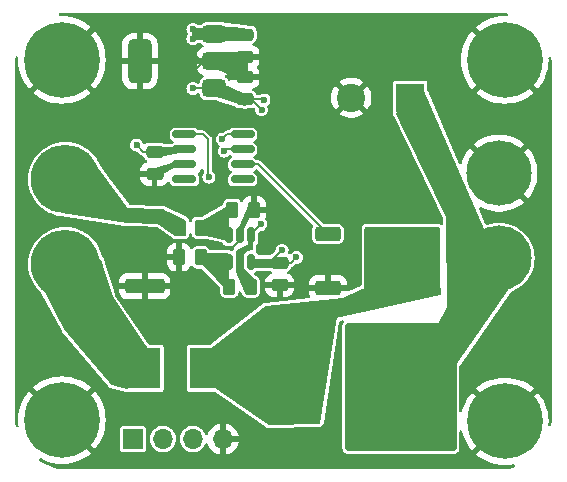
<source format=gbr>
%TF.GenerationSoftware,KiCad,Pcbnew,8.0.6*%
%TF.CreationDate,2024-11-07T10:06:34+11:00*%
%TF.ProjectId,mppt-board,6d707074-2d62-46f6-9172-642e6b696361,rev?*%
%TF.SameCoordinates,Original*%
%TF.FileFunction,Copper,L1,Top*%
%TF.FilePolarity,Positive*%
%FSLAX46Y46*%
G04 Gerber Fmt 4.6, Leading zero omitted, Abs format (unit mm)*
G04 Created by KiCad (PCBNEW 8.0.6) date 2024-11-07 10:06:34*
%MOMM*%
%LPD*%
G01*
G04 APERTURE LIST*
G04 Aperture macros list*
%AMRoundRect*
0 Rectangle with rounded corners*
0 $1 Rounding radius*
0 $2 $3 $4 $5 $6 $7 $8 $9 X,Y pos of 4 corners*
0 Add a 4 corners polygon primitive as box body*
4,1,4,$2,$3,$4,$5,$6,$7,$8,$9,$2,$3,0*
0 Add four circle primitives for the rounded corners*
1,1,$1+$1,$2,$3*
1,1,$1+$1,$4,$5*
1,1,$1+$1,$6,$7*
1,1,$1+$1,$8,$9*
0 Add four rect primitives between the rounded corners*
20,1,$1+$1,$2,$3,$4,$5,0*
20,1,$1+$1,$4,$5,$6,$7,0*
20,1,$1+$1,$6,$7,$8,$9,0*
20,1,$1+$1,$8,$9,$2,$3,0*%
G04 Aperture macros list end*
%TA.AperFunction,Conductor*%
%ADD10C,0.200000*%
%TD*%
%TA.AperFunction,SMDPad,CuDef*%
%ADD11R,2.950000X3.500000*%
%TD*%
%TA.AperFunction,ComponentPad*%
%ADD12C,5.800000*%
%TD*%
%TA.AperFunction,SMDPad,CuDef*%
%ADD13RoundRect,0.250000X-0.262500X-0.450000X0.262500X-0.450000X0.262500X0.450000X-0.262500X0.450000X0*%
%TD*%
%TA.AperFunction,SMDPad,CuDef*%
%ADD14RoundRect,0.150000X-0.150000X0.512500X-0.150000X-0.512500X0.150000X-0.512500X0.150000X0.512500X0*%
%TD*%
%TA.AperFunction,ComponentPad*%
%ADD15C,6.400000*%
%TD*%
%TA.AperFunction,ComponentPad*%
%ADD16R,2.400000X2.400000*%
%TD*%
%TA.AperFunction,ComponentPad*%
%ADD17C,2.400000*%
%TD*%
%TA.AperFunction,SMDPad,CuDef*%
%ADD18RoundRect,0.150000X-0.825000X-0.150000X0.825000X-0.150000X0.825000X0.150000X-0.825000X0.150000X0*%
%TD*%
%TA.AperFunction,SMDPad,CuDef*%
%ADD19RoundRect,0.250000X-0.475000X0.250000X-0.475000X-0.250000X0.475000X-0.250000X0.475000X0.250000X0*%
%TD*%
%TA.AperFunction,ComponentPad*%
%ADD20R,1.700000X1.700000*%
%TD*%
%TA.AperFunction,ComponentPad*%
%ADD21O,1.700000X1.700000*%
%TD*%
%TA.AperFunction,SMDPad,CuDef*%
%ADD22RoundRect,0.250000X-2.050000X-0.300000X2.050000X-0.300000X2.050000X0.300000X-2.050000X0.300000X0*%
%TD*%
%TA.AperFunction,SMDPad,CuDef*%
%ADD23RoundRect,0.250000X-2.025000X-2.375000X2.025000X-2.375000X2.025000X2.375000X-2.025000X2.375000X0*%
%TD*%
%TA.AperFunction,SMDPad,CuDef*%
%ADD24RoundRect,0.250002X-4.449998X-5.149998X4.449998X-5.149998X4.449998X5.149998X-4.449998X5.149998X0*%
%TD*%
%TA.AperFunction,SMDPad,CuDef*%
%ADD25RoundRect,0.250000X-0.850000X-0.350000X0.850000X-0.350000X0.850000X0.350000X-0.850000X0.350000X0*%
%TD*%
%TA.AperFunction,SMDPad,CuDef*%
%ADD26RoundRect,0.250000X-1.275000X-1.125000X1.275000X-1.125000X1.275000X1.125000X-1.275000X1.125000X0*%
%TD*%
%TA.AperFunction,SMDPad,CuDef*%
%ADD27RoundRect,0.249997X-2.950003X-2.650003X2.950003X-2.650003X2.950003X2.650003X-2.950003X2.650003X0*%
%TD*%
%TA.AperFunction,SMDPad,CuDef*%
%ADD28RoundRect,0.250000X0.475000X-0.250000X0.475000X0.250000X-0.475000X0.250000X-0.475000X-0.250000X0*%
%TD*%
%TA.AperFunction,SMDPad,CuDef*%
%ADD29RoundRect,0.375000X0.625000X0.375000X-0.625000X0.375000X-0.625000X-0.375000X0.625000X-0.375000X0*%
%TD*%
%TA.AperFunction,SMDPad,CuDef*%
%ADD30RoundRect,0.500000X0.500000X1.400000X-0.500000X1.400000X-0.500000X-1.400000X0.500000X-1.400000X0*%
%TD*%
%TA.AperFunction,SMDPad,CuDef*%
%ADD31RoundRect,0.250000X-1.425000X0.362500X-1.425000X-0.362500X1.425000X-0.362500X1.425000X0.362500X0*%
%TD*%
%TA.AperFunction,ComponentPad*%
%ADD32C,5.520000*%
%TD*%
%TA.AperFunction,ViaPad*%
%ADD33C,0.600000*%
%TD*%
G04 APERTURE END LIST*
D10*
%TO.N,GND*%
X82300000Y-67300000D02*
X81700000Y-68600000D01*
X81400000Y-68600000D01*
X82400000Y-66200000D01*
X82300000Y-67300000D01*
%TA.AperFunction,Conductor*%
G36*
X82300000Y-67300000D02*
G01*
X81700000Y-68600000D01*
X81400000Y-68600000D01*
X82400000Y-66200000D01*
X82300000Y-67300000D01*
G37*
%TD.AperFunction*%
%TO.N,VBUS*%
X70700000Y-74100000D02*
X73700000Y-78500000D01*
X72000000Y-81800000D01*
X70700000Y-81400000D01*
X66800000Y-76800000D01*
X64200000Y-71900000D01*
X69700000Y-70900000D01*
X70700000Y-74100000D01*
%TA.AperFunction,Conductor*%
G36*
X70700000Y-74100000D02*
G01*
X73700000Y-78500000D01*
X72000000Y-81800000D01*
X70700000Y-81400000D01*
X66800000Y-76800000D01*
X64200000Y-71900000D01*
X69700000Y-70900000D01*
X70700000Y-74100000D01*
G37*
%TD.AperFunction*%
%TO.N,Net-(U4--)*%
X72000000Y-66600000D02*
X75000000Y-66700000D01*
X76900000Y-67600000D01*
X76900000Y-68800000D01*
X76100000Y-68800000D01*
X74600000Y-67800000D01*
X72000000Y-67700000D01*
X66500000Y-66900000D01*
X68700000Y-62100000D01*
X72000000Y-66600000D01*
%TA.AperFunction,Conductor*%
G36*
X72000000Y-66600000D02*
G01*
X75000000Y-66700000D01*
X76900000Y-67600000D01*
X76900000Y-68800000D01*
X76100000Y-68800000D01*
X74600000Y-67800000D01*
X72000000Y-67700000D01*
X66500000Y-66900000D01*
X68700000Y-62100000D01*
X72000000Y-66600000D01*
G37*
%TD.AperFunction*%
%TO.N,Net-(D1-K)*%
X102400000Y-68900000D02*
X105400000Y-68900000D01*
X105500000Y-72400000D01*
X99200000Y-75000000D01*
X99100000Y-67300000D01*
X94900000Y-58600000D01*
X97000000Y-56500000D01*
X102400000Y-68900000D01*
%TA.AperFunction,Conductor*%
G36*
X102400000Y-68900000D02*
G01*
X105400000Y-68900000D01*
X105500000Y-72400000D01*
X99200000Y-75000000D01*
X99100000Y-67300000D01*
X94900000Y-58600000D01*
X97000000Y-56500000D01*
X102400000Y-68900000D01*
G37*
%TD.AperFunction*%
X105700000Y-71300000D02*
X99100000Y-80800000D01*
X98200000Y-76800000D01*
X101400000Y-71100000D01*
X105700000Y-71300000D01*
%TA.AperFunction,Conductor*%
G36*
X105700000Y-71300000D02*
G01*
X99100000Y-80800000D01*
X98200000Y-76800000D01*
X101400000Y-71100000D01*
X105700000Y-71300000D01*
G37*
%TD.AperFunction*%
%TO.N,/V_{drop}*%
X82590000Y-70010000D02*
X82140000Y-70110000D01*
X81840000Y-70460000D01*
X81840000Y-71710000D01*
X82840000Y-72710000D01*
X82840000Y-73710000D01*
X82090000Y-73710000D01*
X81340000Y-71960000D01*
X81340000Y-70210000D01*
X82340000Y-69710000D01*
X82340000Y-68960000D01*
X82590000Y-68960000D01*
X82590000Y-70010000D01*
%TA.AperFunction,Conductor*%
G36*
X82590000Y-70010000D02*
G01*
X82140000Y-70110000D01*
X81840000Y-70460000D01*
X81840000Y-71710000D01*
X82840000Y-72710000D01*
X82840000Y-73710000D01*
X82090000Y-73710000D01*
X81340000Y-71960000D01*
X81340000Y-70210000D01*
X82340000Y-69710000D01*
X82340000Y-68960000D01*
X82590000Y-68960000D01*
X82590000Y-70010000D01*
G37*
%TD.AperFunction*%
%TO.N,VBUS*%
X82000000Y-57000000D02*
X82000000Y-57800000D01*
X79400000Y-57000000D01*
X79400000Y-55800000D01*
X82000000Y-57000000D01*
%TA.AperFunction,Conductor*%
G36*
X82000000Y-57000000D02*
G01*
X82000000Y-57800000D01*
X79400000Y-57000000D01*
X79400000Y-55800000D01*
X82000000Y-57000000D01*
G37*
%TD.AperFunction*%
%TO.N,GND*%
X76090000Y-62960000D02*
X74340000Y-63960000D01*
X74340000Y-63210000D01*
X76090000Y-62710000D01*
X76090000Y-62960000D01*
%TA.AperFunction,Conductor*%
G36*
X76090000Y-62960000D02*
G01*
X74340000Y-63960000D01*
X74340000Y-63210000D01*
X76090000Y-62710000D01*
X76090000Y-62960000D01*
G37*
%TD.AperFunction*%
%TO.N,Net-(U1--)*%
X80590000Y-73460000D02*
X78340000Y-71210000D01*
X78340000Y-70460000D01*
X80590000Y-70460000D01*
X80590000Y-73460000D01*
%TA.AperFunction,Conductor*%
G36*
X80590000Y-73460000D02*
G01*
X78340000Y-71210000D01*
X78340000Y-70460000D01*
X80590000Y-70460000D01*
X80590000Y-73460000D01*
G37*
%TD.AperFunction*%
%TO.N,Net-(Q1-D)*%
X98100000Y-68700000D02*
X98500000Y-73800000D01*
X89700000Y-75800000D01*
X88300000Y-84700000D01*
X84000000Y-84800000D01*
X78900000Y-81300000D01*
X78900000Y-78700000D01*
X83800000Y-74900000D01*
X90300000Y-74200000D01*
X92300000Y-73300000D01*
X92600000Y-68400000D01*
X98100000Y-68700000D01*
%TA.AperFunction,Conductor*%
G36*
X98100000Y-68700000D02*
G01*
X98500000Y-73800000D01*
X89700000Y-75800000D01*
X88300000Y-84700000D01*
X84000000Y-84800000D01*
X78900000Y-81300000D01*
X78900000Y-78700000D01*
X83800000Y-74900000D01*
X90300000Y-74200000D01*
X92300000Y-73300000D01*
X92600000Y-68400000D01*
X98100000Y-68700000D01*
G37*
%TD.AperFunction*%
%TO.N,VCC*%
X79000000Y-52200000D02*
X77600000Y-52200000D01*
X77600000Y-51400000D01*
X79000000Y-51400000D01*
X79000000Y-52200000D01*
%TA.AperFunction,Conductor*%
G36*
X79000000Y-52200000D02*
G01*
X77600000Y-52200000D01*
X77600000Y-51400000D01*
X79000000Y-51400000D01*
X79000000Y-52200000D01*
G37*
%TD.AperFunction*%
%TO.N,VBUS*%
X84940000Y-71510000D02*
X82540000Y-71510000D01*
X82540000Y-70910000D01*
X84940000Y-70910000D01*
X84940000Y-71510000D01*
%TA.AperFunction,Conductor*%
G36*
X84940000Y-71510000D02*
G01*
X82540000Y-71510000D01*
X82540000Y-70910000D01*
X84940000Y-70910000D01*
X84940000Y-71510000D01*
G37*
%TD.AperFunction*%
%TO.N,VCC*%
X82000000Y-51400000D02*
X82000000Y-52200000D01*
X79600000Y-52400000D01*
X79600000Y-51200000D01*
X82000000Y-51400000D01*
%TA.AperFunction,Conductor*%
G36*
X82000000Y-51400000D02*
G01*
X82000000Y-52200000D01*
X79600000Y-52400000D01*
X79600000Y-51200000D01*
X82000000Y-51400000D01*
G37*
%TD.AperFunction*%
%TO.N,Net-(U1-+)*%
X80590000Y-69210000D02*
X78340000Y-68710000D01*
X78340000Y-67710000D01*
X80590000Y-66460000D01*
X80590000Y-69210000D01*
%TA.AperFunction,Conductor*%
G36*
X80590000Y-69210000D02*
G01*
X78340000Y-68710000D01*
X78340000Y-67710000D01*
X80590000Y-66460000D01*
X80590000Y-69210000D01*
G37*
%TD.AperFunction*%
%TO.N,VCC*%
X76840000Y-61710000D02*
X74340000Y-62210000D01*
X74340000Y-61460000D01*
X76840000Y-61460000D01*
X76840000Y-61710000D01*
%TA.AperFunction,Conductor*%
G36*
X76840000Y-61710000D02*
G01*
X74340000Y-62210000D01*
X74340000Y-61460000D01*
X76840000Y-61460000D01*
X76840000Y-61710000D01*
G37*
%TD.AperFunction*%
%TO.N,GND*%
X82000000Y-55800000D02*
X79400000Y-54600000D01*
X79400000Y-53400000D01*
X82000000Y-53400000D01*
X82000000Y-55800000D01*
%TA.AperFunction,Conductor*%
G36*
X82000000Y-55800000D02*
G01*
X79400000Y-54600000D01*
X79400000Y-53400000D01*
X82000000Y-53400000D01*
X82000000Y-55800000D01*
G37*
%TD.AperFunction*%
%TD*%
D11*
%TO.P,L1,1,1*%
%TO.N,VBUS*%
X73375000Y-80100000D03*
%TO.P,L1,2,2*%
%TO.N,Net-(Q1-D)*%
X78825000Y-80100000D03*
%TD*%
D12*
%TO.P,U4,1,-*%
%TO.N,Net-(U4--)*%
X66800000Y-64100000D03*
%TO.P,U4,2,+*%
%TO.N,VBUS*%
X66800000Y-71300000D03*
%TD*%
D13*
%TO.P,R2,1*%
%TO.N,Net-(U4--)*%
X76427500Y-68210000D03*
%TO.P,R2,2*%
%TO.N,Net-(U1-+)*%
X78252500Y-68210000D03*
%TD*%
D14*
%TO.P,U1,1*%
%TO.N,/V_{drop}*%
X82540000Y-68822500D03*
%TO.P,U1,2,GND*%
%TO.N,GND*%
X81590000Y-68822500D03*
%TO.P,U1,3,+*%
%TO.N,Net-(U1-+)*%
X80640000Y-68822500D03*
%TO.P,U1,4,-*%
%TO.N,Net-(U1--)*%
X80640000Y-71097500D03*
%TO.P,U1,5,V+*%
%TO.N,VBUS*%
X82540000Y-71097500D03*
%TD*%
D13*
%TO.P,R5,1*%
%TO.N,Net-(U1--)*%
X80677500Y-73210000D03*
%TO.P,R5,2*%
%TO.N,/V_{drop}*%
X82502500Y-73210000D03*
%TD*%
%TO.P,R4,1*%
%TO.N,Net-(U1-+)*%
X80927500Y-66710000D03*
%TO.P,R4,2*%
%TO.N,GND*%
X82752500Y-66710000D03*
%TD*%
D15*
%TO.P,H3,1,1*%
%TO.N,GND*%
X66500000Y-84500000D03*
%TD*%
D16*
%TO.P,C2,1*%
%TO.N,Net-(D1-K)*%
X96000000Y-57200000D03*
D17*
%TO.P,C2,2*%
%TO.N,GND*%
X91000000Y-57200000D03*
%TD*%
D13*
%TO.P,R3,1*%
%TO.N,GND*%
X76427500Y-70710000D03*
%TO.P,R3,2*%
%TO.N,Net-(U1--)*%
X78252500Y-70710000D03*
%TD*%
D18*
%TO.P,U3,1,PC14/PB7/PB8/PB9*%
%TO.N,/V_{drop}*%
X76865000Y-60305000D03*
%TO.P,U3,2,VDD*%
%TO.N,VCC*%
X76865000Y-61575000D03*
%TO.P,U3,3,VSS*%
%TO.N,GND*%
X76865000Y-62845000D03*
%TO.P,U3,4,NRST/PA0/PA1/PA2*%
%TO.N,unconnected-(U3-NRST{slash}PA0{slash}PA1{slash}PA2-Pad4)*%
X76865000Y-64115000D03*
%TO.P,U3,5,PB0/PB1/PA8/PA11/PA9*%
%TO.N,unconnected-(U3-PB0{slash}PB1{slash}PA8{slash}PA11{slash}PA9-Pad5)*%
X81815000Y-64115000D03*
%TO.P,U3,6,PA12/PA10*%
%TO.N,/pwm*%
X81815000Y-62845000D03*
%TO.P,U3,7,PA13*%
%TO.N,/swdio*%
X81815000Y-61575000D03*
%TO.P,U3,8,PA14/PA15/PB5/PB6*%
%TO.N,/swclk*%
X81815000Y-60305000D03*
%TD*%
D19*
%TO.P,C1,1*%
%TO.N,VBUS*%
X84940000Y-71160000D03*
%TO.P,C1,2*%
%TO.N,GND*%
X84940000Y-73060000D03*
%TD*%
D15*
%TO.P,H2,1,1*%
%TO.N,GND*%
X104000000Y-54000000D03*
%TD*%
D20*
%TO.P,J2,1,Pin_1*%
%TO.N,VCC*%
X72520000Y-86100000D03*
D21*
%TO.P,J2,2,Pin_2*%
%TO.N,/swclk*%
X75060000Y-86100000D03*
%TO.P,J2,3,Pin_3*%
%TO.N,/swdio*%
X77600000Y-86100000D03*
%TO.P,J2,4,Pin_4*%
%TO.N,GND*%
X80140000Y-86100000D03*
%TD*%
D19*
%TO.P,C3,1*%
%TO.N,VCC*%
X74340000Y-61760000D03*
%TO.P,C3,2*%
%TO.N,GND*%
X74340000Y-63660000D03*
%TD*%
D22*
%TO.P,D1,1,A*%
%TO.N,Net-(Q1-D)*%
X86050000Y-79160000D03*
D23*
%TO.P,D1,2,K*%
%TO.N,Net-(D1-K)*%
X92775000Y-78925000D03*
X92775000Y-84475000D03*
D24*
X95200000Y-81700000D03*
D23*
X97625000Y-78925000D03*
X97625000Y-84475000D03*
D22*
%TO.P,D1,3,A*%
%TO.N,Net-(Q1-D)*%
X86050000Y-84240000D03*
%TD*%
D15*
%TO.P,H1,1,1*%
%TO.N,GND*%
X66500000Y-54000000D03*
%TD*%
D25*
%TO.P,Q1,1,G*%
%TO.N,/pwm*%
X89025000Y-68745000D03*
D26*
%TO.P,Q1,2,D*%
%TO.N,Net-(Q1-D)*%
X93650000Y-69500000D03*
X93650000Y-72550000D03*
D27*
X95325000Y-71025000D03*
D26*
X97000000Y-69500000D03*
X97000000Y-72550000D03*
D25*
%TO.P,Q1,3,S*%
%TO.N,GND*%
X89025000Y-73305000D03*
%TD*%
D28*
%TO.P,C4,1*%
%TO.N,VBUS*%
X82000000Y-57350000D03*
%TO.P,C4,2*%
%TO.N,GND*%
X82000000Y-55450000D03*
%TD*%
D19*
%TO.P,C5,1*%
%TO.N,VCC*%
X82000000Y-51850000D03*
%TO.P,C5,2*%
%TO.N,GND*%
X82000000Y-53750000D03*
%TD*%
D15*
%TO.P,H4,1,1*%
%TO.N,GND*%
X104000000Y-84600000D03*
%TD*%
D29*
%TO.P,U2,1,VI*%
%TO.N,VBUS*%
X79400000Y-56400000D03*
%TO.P,U2,2,GND*%
%TO.N,GND*%
X79400000Y-54100000D03*
D30*
X73100000Y-54100000D03*
D29*
%TO.P,U2,3,VO*%
%TO.N,VCC*%
X79400000Y-51800000D03*
%TD*%
D31*
%TO.P,R1,2*%
%TO.N,GND*%
X73500000Y-73162500D03*
%TO.P,R1,1*%
%TO.N,Net-(U4--)*%
X73500000Y-67237500D03*
%TD*%
D32*
%TO.P,U5,2,2*%
%TO.N,Net-(D1-K)*%
X103500000Y-70800000D03*
%TO.P,U5,1,1*%
%TO.N,GND*%
X103500000Y-63600000D03*
%TD*%
D33*
%TO.N,GND*%
X75400000Y-77300000D03*
X75800000Y-79200000D03*
X86300000Y-63600000D03*
X84500000Y-61200000D03*
X85700000Y-68000000D03*
X78600000Y-74400000D03*
X73500000Y-70200000D03*
X65300000Y-78200000D03*
X69500000Y-81700000D03*
X63500000Y-81600000D03*
X69500000Y-87400000D03*
X102400000Y-88300000D03*
X101000000Y-87700000D03*
X101100000Y-81700000D03*
X102600000Y-78400000D03*
X105800000Y-78200000D03*
X106900000Y-57000000D03*
X101100000Y-57000000D03*
X107000000Y-65200000D03*
X103500000Y-67200000D03*
X106000000Y-66400000D03*
X101000000Y-60800000D03*
X107200000Y-63600000D03*
X106400000Y-61200000D03*
%TO.N,VBUS*%
X67300000Y-76000000D03*
X69400000Y-74800000D03*
X71000000Y-77000000D03*
X69300000Y-78900000D03*
X68900000Y-77000000D03*
X86340000Y-70710000D03*
X85140000Y-70110000D03*
X83600000Y-57400000D03*
X83400000Y-58200000D03*
X77600000Y-56400000D03*
%TO.N,GND*%
X88900000Y-63500000D03*
X71500000Y-56500000D03*
X71300000Y-54100000D03*
X73100000Y-51400000D03*
X89500000Y-85200000D03*
X71500000Y-51800000D03*
X74700000Y-56300000D03*
X91000000Y-55000000D03*
X75800000Y-80875429D03*
X107000000Y-81200000D03*
X93000000Y-59500000D03*
X81840000Y-65110000D03*
X86360000Y-50800000D03*
X80500000Y-75600000D03*
X75000000Y-52200000D03*
X73200000Y-76000000D03*
X73900000Y-84000000D03*
X99500000Y-88000000D03*
X83800000Y-55600000D03*
X79540000Y-65510000D03*
X104600000Y-80200000D03*
X75000000Y-54100000D03*
X70900000Y-83600000D03*
X88250000Y-57500000D03*
X93250000Y-55250000D03*
X77600000Y-53400000D03*
X80040000Y-63210000D03*
X104800000Y-76600000D03*
X73100000Y-56800000D03*
X93250000Y-57250000D03*
X91440000Y-66040000D03*
X77600000Y-54200000D03*
X89000000Y-72000000D03*
X86500000Y-55000000D03*
X86360000Y-86360000D03*
X104000000Y-60000000D03*
X88750000Y-59750000D03*
X77600000Y-55000000D03*
X101600000Y-50800000D03*
X89800000Y-80900000D03*
X73250000Y-74500000D03*
X88750000Y-55500000D03*
X79340000Y-59460000D03*
X76040000Y-65810000D03*
X83800000Y-54000000D03*
X96520000Y-66040000D03*
X77090000Y-59210000D03*
X87750000Y-53500000D03*
X86500000Y-52000000D03*
X72000000Y-65250000D03*
X78340000Y-59460000D03*
X96520000Y-50800000D03*
X91440000Y-50800000D03*
X90000000Y-78000000D03*
X97800000Y-88100000D03*
X82700000Y-85600000D03*
X91250000Y-60000000D03*
X79340000Y-69710000D03*
X95600000Y-64700000D03*
X71600000Y-58600000D03*
X76800000Y-82800000D03*
%TO.N,VCC*%
X72840000Y-61210000D03*
X77600000Y-52200000D03*
X77600000Y-51400000D03*
%TO.N,/V_{drop}*%
X78943861Y-63925378D03*
X83340000Y-67910000D03*
%TO.N,/swdio*%
X80240000Y-61710000D03*
%TO.N,/swclk*%
X80090000Y-60710000D03*
%TD*%
D10*
%TO.N,/pwm*%
X81815000Y-62845000D02*
X83125000Y-62845000D01*
X83125000Y-62845000D02*
X89025000Y-68745000D01*
%TO.N,VBUS*%
X83740000Y-71210000D02*
X84040000Y-71210000D01*
X84040000Y-71210000D02*
X85140000Y-70110000D01*
X84940000Y-71160000D02*
X85890000Y-71160000D01*
X82550000Y-57350000D02*
X83400000Y-58200000D01*
X85890000Y-71160000D02*
X86340000Y-70710000D01*
X83550000Y-57350000D02*
X83600000Y-57400000D01*
X79400000Y-56400000D02*
X77600000Y-56400000D01*
X82000000Y-57350000D02*
X83550000Y-57350000D01*
X82000000Y-57350000D02*
X82550000Y-57350000D01*
%TO.N,GND*%
X81590000Y-68822500D02*
X81590000Y-69260000D01*
X79400000Y-54100000D02*
X78300000Y-54100000D01*
X78300000Y-54100000D02*
X77600000Y-53400000D01*
X78500000Y-54100000D02*
X77600000Y-55000000D01*
X79400000Y-54100000D02*
X78500000Y-54100000D01*
X81590000Y-69260000D02*
X80940000Y-69910000D01*
%TO.N,VCC*%
X73390000Y-61760000D02*
X74340000Y-61760000D01*
X79400000Y-51800000D02*
X78400000Y-51800000D01*
X77600000Y-51400000D02*
X77600000Y-52200000D01*
X72840000Y-61210000D02*
X73390000Y-61760000D01*
X78400000Y-51800000D02*
X78000000Y-51800000D01*
X78000000Y-51800000D02*
X77600000Y-51400000D01*
%TO.N,/V_{drop}*%
X82540000Y-68710000D02*
X83340000Y-67910000D01*
X76865000Y-60305000D02*
X78435000Y-60305000D01*
X78866129Y-63847646D02*
X78943861Y-63925378D01*
X82540000Y-68822500D02*
X82540000Y-68710000D01*
X78866129Y-60736129D02*
X78866129Y-63847646D01*
X78435000Y-60305000D02*
X78866129Y-60736129D01*
%TO.N,/swdio*%
X80375000Y-61575000D02*
X80240000Y-61710000D01*
X81815000Y-61575000D02*
X80375000Y-61575000D01*
%TO.N,/swclk*%
X80495000Y-60305000D02*
X80090000Y-60710000D01*
X81815000Y-60305000D02*
X80495000Y-60305000D01*
%TD*%
%TA.AperFunction,Conductor*%
%TO.N,GND*%
G36*
X103502702Y-50000617D02*
G01*
X103886771Y-50017386D01*
X103897504Y-50018326D01*
X104191114Y-50056980D01*
X104255009Y-50085247D01*
X104293480Y-50143571D01*
X104294311Y-50213436D01*
X104257239Y-50272659D01*
X104194033Y-50302438D01*
X104168438Y-50303749D01*
X104000002Y-50294922D01*
X103999999Y-50294922D01*
X103612712Y-50315219D01*
X103229676Y-50375886D01*
X103229669Y-50375887D01*
X102855063Y-50476262D01*
X102493005Y-50615244D01*
X102147456Y-50791310D01*
X101822206Y-51002531D01*
X101564648Y-51211095D01*
X101564648Y-51211096D01*
X103059301Y-52705748D01*
X102957670Y-52779588D01*
X102779588Y-52957670D01*
X102705748Y-53059300D01*
X101211096Y-51564648D01*
X101211095Y-51564648D01*
X101002531Y-51822206D01*
X100791310Y-52147456D01*
X100615244Y-52493005D01*
X100476262Y-52855063D01*
X100375887Y-53229669D01*
X100375886Y-53229676D01*
X100315219Y-53612712D01*
X100294922Y-53999999D01*
X100294922Y-54000000D01*
X100315219Y-54387287D01*
X100375886Y-54770323D01*
X100375887Y-54770330D01*
X100476262Y-55144936D01*
X100615244Y-55506994D01*
X100791310Y-55852543D01*
X101002531Y-56177793D01*
X101211095Y-56435350D01*
X101211096Y-56435350D01*
X102705748Y-54940698D01*
X102779588Y-55042330D01*
X102957670Y-55220412D01*
X103059300Y-55294251D01*
X101564648Y-56788903D01*
X101564649Y-56788904D01*
X101822206Y-56997468D01*
X102147456Y-57208689D01*
X102493005Y-57384755D01*
X102855063Y-57523737D01*
X103229669Y-57624112D01*
X103229676Y-57624113D01*
X103612712Y-57684780D01*
X103999999Y-57705078D01*
X104000001Y-57705078D01*
X104387287Y-57684780D01*
X104770323Y-57624113D01*
X104770330Y-57624112D01*
X105144936Y-57523737D01*
X105506994Y-57384755D01*
X105852543Y-57208689D01*
X106177783Y-56997476D01*
X106177785Y-56997475D01*
X106435349Y-56788902D01*
X104940698Y-55294251D01*
X105042330Y-55220412D01*
X105220412Y-55042330D01*
X105294251Y-54940698D01*
X106788902Y-56435349D01*
X106997475Y-56177785D01*
X106997476Y-56177783D01*
X107208689Y-55852543D01*
X107384755Y-55506994D01*
X107523737Y-55144936D01*
X107624112Y-54770330D01*
X107624113Y-54770323D01*
X107684780Y-54387287D01*
X107705078Y-54000000D01*
X107705078Y-53999999D01*
X107696250Y-53831562D01*
X107712399Y-53763584D01*
X107762736Y-53715128D01*
X107831279Y-53701579D01*
X107896267Y-53727237D01*
X107937066Y-53783958D01*
X107943019Y-53808886D01*
X107981671Y-54102472D01*
X107982614Y-54113249D01*
X107999382Y-54497297D01*
X107999500Y-54502706D01*
X107999500Y-84161759D01*
X107999382Y-84167168D01*
X107982614Y-84551218D01*
X107981671Y-84561994D01*
X107937405Y-84898224D01*
X107909138Y-84962121D01*
X107850814Y-85000592D01*
X107780949Y-85001423D01*
X107721726Y-84964351D01*
X107691947Y-84901145D01*
X107690636Y-84875549D01*
X107705078Y-84600000D01*
X107705078Y-84599999D01*
X107684780Y-84212712D01*
X107624113Y-83829676D01*
X107624112Y-83829669D01*
X107523737Y-83455063D01*
X107384755Y-83093005D01*
X107208689Y-82747456D01*
X106997468Y-82422206D01*
X106788904Y-82164649D01*
X106788903Y-82164648D01*
X105294251Y-83659300D01*
X105220412Y-83557670D01*
X105042330Y-83379588D01*
X104940698Y-83305748D01*
X106435350Y-81811096D01*
X106435350Y-81811095D01*
X106177793Y-81602531D01*
X105852543Y-81391310D01*
X105506994Y-81215244D01*
X105144936Y-81076262D01*
X104770330Y-80975887D01*
X104770323Y-80975886D01*
X104387287Y-80915219D01*
X104000001Y-80894922D01*
X103999999Y-80894922D01*
X103612712Y-80915219D01*
X103229676Y-80975886D01*
X103229669Y-80975887D01*
X102855063Y-81076262D01*
X102493005Y-81215244D01*
X102147456Y-81391310D01*
X101822206Y-81602531D01*
X101564648Y-81811095D01*
X101564648Y-81811096D01*
X103059301Y-83305748D01*
X102957670Y-83379588D01*
X102779588Y-83557670D01*
X102705748Y-83659300D01*
X101211096Y-82164648D01*
X101211095Y-82164648D01*
X101002531Y-82422206D01*
X100791310Y-82747456D01*
X100615244Y-83093005D01*
X100476263Y-83455060D01*
X100394274Y-83761048D01*
X100357909Y-83820708D01*
X100295062Y-83851237D01*
X100225686Y-83842942D01*
X100171808Y-83798457D01*
X100150534Y-83731905D01*
X100150499Y-83729016D01*
X100150499Y-81347877D01*
X100150500Y-81347873D01*
X100150499Y-79949836D01*
X100170184Y-79882798D01*
X100172663Y-79879088D01*
X104485107Y-73671780D01*
X104539489Y-73627971D01*
X104635267Y-73588299D01*
X104772996Y-73531250D01*
X104808258Y-73516644D01*
X104808259Y-73516643D01*
X104808265Y-73516641D01*
X105104207Y-73353080D01*
X105379974Y-73157413D01*
X105632099Y-72932099D01*
X105794822Y-72750013D01*
X105857408Y-72679980D01*
X105857409Y-72679978D01*
X105857413Y-72679974D01*
X106053080Y-72404207D01*
X106216641Y-72108265D01*
X106346039Y-71795872D01*
X106439646Y-71470955D01*
X106496285Y-71137600D01*
X106515244Y-70800000D01*
X106496285Y-70462400D01*
X106439646Y-70129045D01*
X106346039Y-69804128D01*
X106216641Y-69491735D01*
X106053080Y-69195793D01*
X105857413Y-68920026D01*
X105741485Y-68790303D01*
X105720391Y-68757490D01*
X105697613Y-68705560D01*
X105626392Y-68628194D01*
X105618354Y-68619462D01*
X105618352Y-68619460D01*
X105528551Y-68570862D01*
X105504949Y-68554272D01*
X105379974Y-68442587D01*
X105104207Y-68246920D01*
X104808265Y-68083359D01*
X104780016Y-68071658D01*
X104692977Y-68035605D01*
X104495872Y-67953961D01*
X104495868Y-67953959D01*
X104495866Y-67953959D01*
X104170960Y-67860355D01*
X104170951Y-67860353D01*
X103837607Y-67803716D01*
X103837595Y-67803714D01*
X103500000Y-67784756D01*
X103162404Y-67803714D01*
X103162392Y-67803716D01*
X102829048Y-67860353D01*
X102829039Y-67860355D01*
X102504128Y-67953960D01*
X102501406Y-67954913D01*
X102431627Y-67958473D01*
X102371001Y-67923742D01*
X102346768Y-67887379D01*
X101806751Y-66647342D01*
X101798031Y-66578019D01*
X101828175Y-66514986D01*
X101887612Y-66478257D01*
X101957471Y-66479492D01*
X101972504Y-66485294D01*
X102291554Y-66632902D01*
X102291573Y-66632909D01*
X102626577Y-66745786D01*
X102971817Y-66821779D01*
X103323246Y-66859999D01*
X103323254Y-66860000D01*
X103676746Y-66860000D01*
X103676753Y-66859999D01*
X104028182Y-66821779D01*
X104373422Y-66745786D01*
X104708426Y-66632909D01*
X104708445Y-66632902D01*
X105029245Y-66484484D01*
X105029249Y-66484482D01*
X105332154Y-66302229D01*
X105613579Y-66088297D01*
X105624447Y-66078001D01*
X105624448Y-66078000D01*
X104905724Y-65359276D01*
X104989207Y-65295218D01*
X105197758Y-65086667D01*
X105259611Y-65006058D01*
X105975178Y-65721625D01*
X106099073Y-65575766D01*
X106099084Y-65575752D01*
X106297451Y-65283183D01*
X106297453Y-65283179D01*
X106463036Y-64970857D01*
X106463045Y-64970839D01*
X106593888Y-64642447D01*
X106593890Y-64642441D01*
X106688455Y-64301846D01*
X106688461Y-64301820D01*
X106745648Y-63953000D01*
X106745649Y-63952983D01*
X106764788Y-63600002D01*
X106764788Y-63599997D01*
X106745649Y-63247016D01*
X106745648Y-63246999D01*
X106688461Y-62898179D01*
X106688455Y-62898153D01*
X106593890Y-62557558D01*
X106593888Y-62557552D01*
X106463045Y-62229160D01*
X106463036Y-62229142D01*
X106297453Y-61916820D01*
X106297452Y-61916817D01*
X106099076Y-61624235D01*
X106099068Y-61624225D01*
X105975179Y-61478373D01*
X105975178Y-61478373D01*
X105259610Y-62193940D01*
X105197758Y-62113333D01*
X104989207Y-61904782D01*
X104905723Y-61840722D01*
X105624447Y-61121998D01*
X105624447Y-61121997D01*
X105613579Y-61111702D01*
X105332154Y-60897770D01*
X105029249Y-60715517D01*
X105029245Y-60715515D01*
X104708445Y-60567097D01*
X104708426Y-60567090D01*
X104373422Y-60454213D01*
X104028182Y-60378220D01*
X103676753Y-60340000D01*
X103323246Y-60340000D01*
X102971817Y-60378220D01*
X102626577Y-60454213D01*
X102291573Y-60567090D01*
X102291554Y-60567097D01*
X101970754Y-60715515D01*
X101970750Y-60715517D01*
X101667845Y-60897770D01*
X101386422Y-61111701D01*
X101386419Y-61111703D01*
X101375551Y-61121997D01*
X101375551Y-61121998D01*
X102094276Y-61840723D01*
X102010793Y-61904782D01*
X101802242Y-62113333D01*
X101740389Y-62193941D01*
X101024820Y-61478372D01*
X101024819Y-61478373D01*
X100900931Y-61624225D01*
X100900923Y-61624235D01*
X100702547Y-61916817D01*
X100702546Y-61916820D01*
X100536963Y-62229142D01*
X100536954Y-62229160D01*
X100406111Y-62557552D01*
X100406110Y-62557553D01*
X100351559Y-62754032D01*
X100314657Y-62813361D01*
X100251537Y-62843322D01*
X100182239Y-62834401D01*
X100128765Y-62789431D01*
X100118391Y-62770367D01*
X97460812Y-56667778D01*
X97450500Y-56618269D01*
X97450500Y-55975323D01*
X97450499Y-55975321D01*
X97435967Y-55902264D01*
X97435966Y-55902260D01*
X97380601Y-55819399D01*
X97325235Y-55782405D01*
X97297739Y-55764033D01*
X97297735Y-55764032D01*
X97224677Y-55749500D01*
X97224674Y-55749500D01*
X94775326Y-55749500D01*
X94775323Y-55749500D01*
X94702264Y-55764032D01*
X94702260Y-55764033D01*
X94619399Y-55819399D01*
X94564033Y-55902260D01*
X94564032Y-55902264D01*
X94549500Y-55975321D01*
X94549500Y-55975326D01*
X94549500Y-58424674D01*
X94549500Y-58424676D01*
X94549499Y-58424676D01*
X94556674Y-58460742D01*
X94551846Y-58514689D01*
X94554589Y-58515279D01*
X94552430Y-58525326D01*
X94547016Y-58642227D01*
X94547016Y-58642228D01*
X94558311Y-58680862D01*
X94579854Y-58754553D01*
X94595480Y-58786921D01*
X98733589Y-67358720D01*
X98745911Y-67411019D01*
X98751707Y-67857332D01*
X98732894Y-67924621D01*
X98680689Y-67971058D01*
X98611665Y-67981899D01*
X98553406Y-67958209D01*
X98549003Y-67954913D01*
X98517332Y-67931204D01*
X98517330Y-67931203D01*
X98517329Y-67931202D01*
X98382489Y-67880910D01*
X98382482Y-67880908D01*
X98322885Y-67874501D01*
X98322883Y-67874500D01*
X98322875Y-67874500D01*
X98322873Y-67874500D01*
X98322871Y-67874500D01*
X94972878Y-67874500D01*
X94972873Y-67874500D01*
X92327129Y-67874500D01*
X92326458Y-67874500D01*
X92323803Y-67874858D01*
X92267514Y-67880909D01*
X92132670Y-67931202D01*
X92132667Y-67931204D01*
X92017453Y-68017453D01*
X91931204Y-68132667D01*
X91931202Y-68132670D01*
X91880910Y-68267510D01*
X91880908Y-68267517D01*
X91874501Y-68327114D01*
X91874500Y-68327133D01*
X91874500Y-71377127D01*
X91874501Y-72553866D01*
X91874500Y-73021460D01*
X91854815Y-73088500D01*
X91802011Y-73134254D01*
X91801385Y-73134538D01*
X90778159Y-73594989D01*
X90708947Y-73604549D01*
X90645553Y-73575172D01*
X90639593Y-73569592D01*
X90625001Y-73555000D01*
X87425001Y-73555000D01*
X87425001Y-73704986D01*
X87435494Y-73807697D01*
X87490643Y-73974124D01*
X87493243Y-73979701D01*
X87503729Y-74048780D01*
X87475203Y-74112561D01*
X87416723Y-74150795D01*
X87394133Y-74155383D01*
X83761931Y-74546544D01*
X83761926Y-74546545D01*
X83685169Y-74563556D01*
X83685158Y-74563560D01*
X83582143Y-74619075D01*
X83582141Y-74619076D01*
X79127770Y-78073487D01*
X79062731Y-78099015D01*
X79051780Y-78099500D01*
X77325323Y-78099500D01*
X77252264Y-78114032D01*
X77252260Y-78114033D01*
X77169399Y-78169399D01*
X77114033Y-78252260D01*
X77114032Y-78252264D01*
X77099500Y-78325321D01*
X77099500Y-81874678D01*
X77114032Y-81947735D01*
X77114033Y-81947739D01*
X77114034Y-81947740D01*
X77169399Y-82030601D01*
X77252260Y-82085966D01*
X77252264Y-82085967D01*
X77325321Y-82100499D01*
X77325324Y-82100500D01*
X77325326Y-82100500D01*
X79399720Y-82100500D01*
X79466759Y-82120185D01*
X79469884Y-82122260D01*
X80235170Y-82647456D01*
X83798843Y-85093114D01*
X83892418Y-85138831D01*
X84008265Y-85155404D01*
X88308265Y-85055404D01*
X88332658Y-85053997D01*
X88332667Y-85053994D01*
X88332670Y-85053994D01*
X88366536Y-85045081D01*
X88445831Y-85024212D01*
X88543201Y-84959294D01*
X88614217Y-84866277D01*
X88651182Y-84755242D01*
X90000680Y-76176280D01*
X90030543Y-76113116D01*
X90089816Y-76076122D01*
X90095680Y-76074638D01*
X90230734Y-76043944D01*
X90300468Y-76048281D01*
X90356787Y-76089632D01*
X90381811Y-76154867D01*
X90367593Y-76223275D01*
X90357481Y-76239170D01*
X90306206Y-76307665D01*
X90306202Y-76307671D01*
X90255909Y-76442516D01*
X90251787Y-76480861D01*
X90249500Y-76502133D01*
X90249500Y-86897870D01*
X90249501Y-86897876D01*
X90255908Y-86957483D01*
X90306202Y-87092328D01*
X90306206Y-87092335D01*
X90392452Y-87207544D01*
X90392455Y-87207547D01*
X90507664Y-87293793D01*
X90507671Y-87293797D01*
X90552618Y-87310561D01*
X90642517Y-87344091D01*
X90684408Y-87348595D01*
X90691867Y-87350499D01*
X90695474Y-87350499D01*
X90708742Y-87351210D01*
X90715169Y-87351901D01*
X90723351Y-87350499D01*
X95552121Y-87350499D01*
X95552127Y-87350500D01*
X99697872Y-87350499D01*
X99757483Y-87344091D01*
X99892331Y-87293796D01*
X100007546Y-87207546D01*
X100093796Y-87092331D01*
X100144091Y-86957483D01*
X100150500Y-86897873D01*
X100150500Y-85471046D01*
X100170185Y-85404007D01*
X100222989Y-85358252D01*
X100292147Y-85348308D01*
X100355703Y-85377333D01*
X100393477Y-85436111D01*
X100394275Y-85438953D01*
X100476262Y-85744936D01*
X100615244Y-86106994D01*
X100791310Y-86452543D01*
X101002531Y-86777793D01*
X101211095Y-87035350D01*
X101211096Y-87035350D01*
X102705748Y-85540698D01*
X102779588Y-85642330D01*
X102957670Y-85820412D01*
X103059300Y-85894251D01*
X101564648Y-87388903D01*
X101564649Y-87388904D01*
X101822206Y-87597468D01*
X102147456Y-87808689D01*
X102493005Y-87984755D01*
X102855063Y-88123737D01*
X103229669Y-88224112D01*
X103229676Y-88224113D01*
X103612712Y-88284780D01*
X103999999Y-88305078D01*
X104000001Y-88305078D01*
X104387287Y-88284780D01*
X104735762Y-88229587D01*
X104805055Y-88238541D01*
X104858507Y-88283538D01*
X104879147Y-88350289D01*
X104860422Y-88417603D01*
X104808277Y-88464107D01*
X104792447Y-88470321D01*
X104669722Y-88509016D01*
X104659274Y-88511816D01*
X104286613Y-88594433D01*
X104275959Y-88596311D01*
X103897528Y-88646132D01*
X103886751Y-88647075D01*
X103502556Y-88663848D01*
X103497148Y-88663966D01*
X67002706Y-88663966D01*
X66997297Y-88663848D01*
X66613245Y-88647080D01*
X66602471Y-88646137D01*
X66413252Y-88621226D01*
X66224036Y-88596316D01*
X66213383Y-88594438D01*
X65840719Y-88511821D01*
X65830270Y-88509021D01*
X65466230Y-88394240D01*
X65456065Y-88390540D01*
X65103419Y-88244471D01*
X65093615Y-88239900D01*
X64755029Y-88063644D01*
X64745672Y-88058242D01*
X64574648Y-87949288D01*
X64528684Y-87896666D01*
X64518466Y-87827547D01*
X64547239Y-87763877D01*
X64605866Y-87725869D01*
X64675735Y-87725592D01*
X64697568Y-87734222D01*
X64993005Y-87884755D01*
X65355063Y-88023737D01*
X65729669Y-88124112D01*
X65729676Y-88124113D01*
X66112712Y-88184780D01*
X66499999Y-88205078D01*
X66500001Y-88205078D01*
X66887287Y-88184780D01*
X67270323Y-88124113D01*
X67270330Y-88124112D01*
X67644936Y-88023737D01*
X68006994Y-87884755D01*
X68352543Y-87708689D01*
X68677783Y-87497476D01*
X68677785Y-87497475D01*
X68935349Y-87288902D01*
X67440698Y-85794251D01*
X67542330Y-85720412D01*
X67720412Y-85542330D01*
X67794251Y-85440698D01*
X69288902Y-86935349D01*
X69497475Y-86677785D01*
X69497476Y-86677783D01*
X69708689Y-86352543D01*
X69884755Y-86006994D01*
X70023737Y-85644936D01*
X70124112Y-85270330D01*
X70124113Y-85270323D01*
X70131241Y-85225321D01*
X71419500Y-85225321D01*
X71419500Y-86974678D01*
X71434032Y-87047735D01*
X71434033Y-87047739D01*
X71434034Y-87047740D01*
X71489399Y-87130601D01*
X71572260Y-87185966D01*
X71572264Y-87185967D01*
X71645321Y-87200499D01*
X71645324Y-87200500D01*
X71645326Y-87200500D01*
X73394676Y-87200500D01*
X73394677Y-87200499D01*
X73467740Y-87185966D01*
X73550601Y-87130601D01*
X73605966Y-87047740D01*
X73620500Y-86974674D01*
X73620500Y-86099999D01*
X73954785Y-86099999D01*
X73954785Y-86100000D01*
X73973602Y-86303082D01*
X74029417Y-86499247D01*
X74029422Y-86499260D01*
X74120327Y-86681821D01*
X74243237Y-86844581D01*
X74393958Y-86981980D01*
X74393960Y-86981982D01*
X74480153Y-87035350D01*
X74567363Y-87089348D01*
X74757544Y-87163024D01*
X74958024Y-87200500D01*
X74958026Y-87200500D01*
X75161974Y-87200500D01*
X75161976Y-87200500D01*
X75362456Y-87163024D01*
X75552637Y-87089348D01*
X75726041Y-86981981D01*
X75876764Y-86844579D01*
X75999673Y-86681821D01*
X76090582Y-86499250D01*
X76146397Y-86303083D01*
X76165215Y-86100000D01*
X76165215Y-86099999D01*
X76494785Y-86099999D01*
X76494785Y-86100000D01*
X76513602Y-86303082D01*
X76569417Y-86499247D01*
X76569422Y-86499260D01*
X76660327Y-86681821D01*
X76783237Y-86844581D01*
X76933958Y-86981980D01*
X76933960Y-86981982D01*
X77020153Y-87035350D01*
X77107363Y-87089348D01*
X77297544Y-87163024D01*
X77498024Y-87200500D01*
X77498026Y-87200500D01*
X77701974Y-87200500D01*
X77701976Y-87200500D01*
X77902456Y-87163024D01*
X78092637Y-87089348D01*
X78266041Y-86981981D01*
X78416764Y-86844579D01*
X78539673Y-86681821D01*
X78626817Y-86506812D01*
X78674319Y-86455575D01*
X78741982Y-86438153D01*
X78808323Y-86460078D01*
X78852278Y-86514389D01*
X78857592Y-86529989D01*
X78866567Y-86563485D01*
X78866570Y-86563492D01*
X78966399Y-86777578D01*
X79101894Y-86971082D01*
X79268917Y-87138105D01*
X79462421Y-87273600D01*
X79676507Y-87373429D01*
X79676516Y-87373433D01*
X79890000Y-87430634D01*
X79890000Y-86533012D01*
X79947007Y-86565925D01*
X80074174Y-86600000D01*
X80205826Y-86600000D01*
X80332993Y-86565925D01*
X80390000Y-86533012D01*
X80390000Y-87430633D01*
X80603483Y-87373433D01*
X80603492Y-87373429D01*
X80817578Y-87273600D01*
X81011082Y-87138105D01*
X81178105Y-86971082D01*
X81313600Y-86777578D01*
X81413429Y-86563492D01*
X81413432Y-86563486D01*
X81470636Y-86350000D01*
X80573012Y-86350000D01*
X80605925Y-86292993D01*
X80640000Y-86165826D01*
X80640000Y-86034174D01*
X80605925Y-85907007D01*
X80573012Y-85850000D01*
X81470636Y-85850000D01*
X81470635Y-85849999D01*
X81413432Y-85636513D01*
X81413429Y-85636507D01*
X81313600Y-85422422D01*
X81313599Y-85422420D01*
X81178113Y-85228926D01*
X81178108Y-85228920D01*
X81011082Y-85061894D01*
X80817578Y-84926399D01*
X80603492Y-84826570D01*
X80603486Y-84826567D01*
X80390000Y-84769364D01*
X80390000Y-85666988D01*
X80332993Y-85634075D01*
X80205826Y-85600000D01*
X80074174Y-85600000D01*
X79947007Y-85634075D01*
X79890000Y-85666988D01*
X79890000Y-84769364D01*
X79889999Y-84769364D01*
X79676513Y-84826567D01*
X79676507Y-84826570D01*
X79462422Y-84926399D01*
X79462420Y-84926400D01*
X79268926Y-85061886D01*
X79268920Y-85061891D01*
X79101891Y-85228920D01*
X79101886Y-85228926D01*
X78966400Y-85422420D01*
X78966399Y-85422422D01*
X78866570Y-85636507D01*
X78866568Y-85636511D01*
X78857592Y-85670011D01*
X78821226Y-85729671D01*
X78758379Y-85760199D01*
X78689003Y-85751904D01*
X78635126Y-85707418D01*
X78626817Y-85693188D01*
X78580415Y-85600000D01*
X78539673Y-85518179D01*
X78467359Y-85422420D01*
X78416762Y-85355418D01*
X78266041Y-85218019D01*
X78266039Y-85218017D01*
X78092642Y-85110655D01*
X78092635Y-85110651D01*
X77966769Y-85061891D01*
X77902456Y-85036976D01*
X77701976Y-84999500D01*
X77498024Y-84999500D01*
X77297544Y-85036976D01*
X77297541Y-85036976D01*
X77297541Y-85036977D01*
X77107364Y-85110651D01*
X77107357Y-85110655D01*
X76933960Y-85218017D01*
X76933958Y-85218019D01*
X76783237Y-85355418D01*
X76660327Y-85518178D01*
X76569422Y-85700739D01*
X76569417Y-85700752D01*
X76513602Y-85896917D01*
X76494785Y-86099999D01*
X76165215Y-86099999D01*
X76159115Y-86034174D01*
X76146397Y-85896917D01*
X76133048Y-85850000D01*
X76090582Y-85700750D01*
X76090159Y-85699901D01*
X76040415Y-85600000D01*
X75999673Y-85518179D01*
X75927359Y-85422420D01*
X75876762Y-85355418D01*
X75726041Y-85218019D01*
X75726039Y-85218017D01*
X75552642Y-85110655D01*
X75552635Y-85110651D01*
X75426769Y-85061891D01*
X75362456Y-85036976D01*
X75161976Y-84999500D01*
X74958024Y-84999500D01*
X74757544Y-85036976D01*
X74757541Y-85036976D01*
X74757541Y-85036977D01*
X74567364Y-85110651D01*
X74567357Y-85110655D01*
X74393960Y-85218017D01*
X74393958Y-85218019D01*
X74243237Y-85355418D01*
X74120327Y-85518178D01*
X74029422Y-85700739D01*
X74029417Y-85700752D01*
X73973602Y-85896917D01*
X73954785Y-86099999D01*
X73620500Y-86099999D01*
X73620500Y-85225326D01*
X73620500Y-85225323D01*
X73620499Y-85225321D01*
X73605967Y-85152264D01*
X73605966Y-85152260D01*
X73596993Y-85138831D01*
X73550601Y-85069399D01*
X73467740Y-85014034D01*
X73467739Y-85014033D01*
X73467735Y-85014032D01*
X73394677Y-84999500D01*
X73394674Y-84999500D01*
X71645326Y-84999500D01*
X71645323Y-84999500D01*
X71572264Y-85014032D01*
X71572260Y-85014033D01*
X71489399Y-85069399D01*
X71434033Y-85152260D01*
X71434032Y-85152264D01*
X71419500Y-85225321D01*
X70131241Y-85225321D01*
X70184780Y-84887287D01*
X70205078Y-84500000D01*
X70205078Y-84499999D01*
X70184780Y-84112712D01*
X70124113Y-83729676D01*
X70124112Y-83729669D01*
X70023737Y-83355063D01*
X69884755Y-82993005D01*
X69708689Y-82647456D01*
X69497468Y-82322206D01*
X69288904Y-82064649D01*
X69288903Y-82064648D01*
X67794251Y-83559300D01*
X67720412Y-83457670D01*
X67542330Y-83279588D01*
X67440698Y-83205748D01*
X68935350Y-81711096D01*
X68935350Y-81711095D01*
X68677793Y-81502531D01*
X68352543Y-81291310D01*
X68006994Y-81115244D01*
X67644936Y-80976262D01*
X67270330Y-80875887D01*
X67270323Y-80875886D01*
X66887287Y-80815219D01*
X66500001Y-80794922D01*
X66499999Y-80794922D01*
X66112712Y-80815219D01*
X65729676Y-80875886D01*
X65729669Y-80875887D01*
X65355063Y-80976262D01*
X64993005Y-81115244D01*
X64647456Y-81291310D01*
X64322206Y-81502531D01*
X64064648Y-81711095D01*
X64064648Y-81711096D01*
X65559301Y-83205748D01*
X65457670Y-83279588D01*
X65279588Y-83457670D01*
X65205748Y-83559301D01*
X63711096Y-82064648D01*
X63711095Y-82064648D01*
X63502531Y-82322206D01*
X63291310Y-82647456D01*
X63115244Y-82993005D01*
X62976262Y-83355063D01*
X62875887Y-83729669D01*
X62875886Y-83729676D01*
X62815219Y-84112712D01*
X62794922Y-84499999D01*
X62794922Y-84500000D01*
X62815219Y-84887287D01*
X62829236Y-84975787D01*
X62820281Y-85045081D01*
X62775285Y-85098533D01*
X62708533Y-85119172D01*
X62641220Y-85100447D01*
X62594716Y-85048302D01*
X62585703Y-85022026D01*
X62583931Y-85014032D01*
X62569969Y-84951060D01*
X62568098Y-84940449D01*
X62518265Y-84561971D01*
X62517325Y-84551218D01*
X62500618Y-84168671D01*
X62500500Y-84163261D01*
X62500500Y-71300000D01*
X63644536Y-71300000D01*
X63664376Y-71653295D01*
X63664378Y-71653307D01*
X63723649Y-72002153D01*
X63723651Y-72002162D01*
X63818576Y-72331654D01*
X63821610Y-72342184D01*
X63846574Y-72402452D01*
X63957021Y-72669098D01*
X63957023Y-72669102D01*
X64128194Y-72978812D01*
X64128197Y-72978817D01*
X64332956Y-73267396D01*
X64332962Y-73267404D01*
X64568748Y-73531248D01*
X64568751Y-73531251D01*
X64731692Y-73676865D01*
X64758600Y-73711203D01*
X66485967Y-76966625D01*
X66485971Y-76966632D01*
X66528834Y-77029889D01*
X66528837Y-77029893D01*
X66528840Y-77029897D01*
X70428840Y-81629897D01*
X70490791Y-81687423D01*
X70595443Y-81739775D01*
X70595446Y-81739776D01*
X70595452Y-81739779D01*
X71895452Y-82139779D01*
X71919759Y-82146326D01*
X72036559Y-82153615D01*
X72036563Y-82153614D01*
X72036564Y-82153614D01*
X72149390Y-82122587D01*
X72149391Y-82122586D01*
X72149396Y-82122585D01*
X72150118Y-82122091D01*
X72151254Y-82121723D01*
X72158718Y-82118267D01*
X72159135Y-82119168D01*
X72216583Y-82100548D01*
X72220036Y-82100500D01*
X74874676Y-82100500D01*
X74874677Y-82100499D01*
X74947740Y-82085966D01*
X75030601Y-82030601D01*
X75085966Y-81947740D01*
X75100500Y-81874674D01*
X75100500Y-78325326D01*
X75100500Y-78325323D01*
X75100499Y-78325321D01*
X75085967Y-78252264D01*
X75085966Y-78252260D01*
X75030601Y-78169399D01*
X74947740Y-78114034D01*
X74947739Y-78114033D01*
X74947735Y-78114032D01*
X74874677Y-78099500D01*
X74874674Y-78099500D01*
X73922735Y-78099500D01*
X73855696Y-78079815D01*
X73820283Y-78045354D01*
X73127926Y-77029897D01*
X71033930Y-73958704D01*
X71018029Y-73925843D01*
X70908386Y-73574986D01*
X71325001Y-73574986D01*
X71335494Y-73677697D01*
X71390641Y-73844119D01*
X71390643Y-73844124D01*
X71482684Y-73993345D01*
X71606654Y-74117315D01*
X71755875Y-74209356D01*
X71755880Y-74209358D01*
X71922302Y-74264505D01*
X71922309Y-74264506D01*
X72025019Y-74274999D01*
X73249999Y-74274999D01*
X73750000Y-74274999D01*
X74974972Y-74274999D01*
X74974986Y-74274998D01*
X75077697Y-74264505D01*
X75244119Y-74209358D01*
X75244124Y-74209356D01*
X75393345Y-74117315D01*
X75517315Y-73993345D01*
X75609356Y-73844124D01*
X75609358Y-73844119D01*
X75664505Y-73677697D01*
X75664506Y-73677690D01*
X75674999Y-73574986D01*
X75675000Y-73574973D01*
X75675000Y-73412500D01*
X73750000Y-73412500D01*
X73750000Y-74274999D01*
X73249999Y-74274999D01*
X73250000Y-74274998D01*
X73250000Y-73412500D01*
X71325001Y-73412500D01*
X71325001Y-73574986D01*
X70908386Y-73574986D01*
X70650583Y-72750013D01*
X71325000Y-72750013D01*
X71325000Y-72912500D01*
X73250000Y-72912500D01*
X73750000Y-72912500D01*
X75674999Y-72912500D01*
X75674999Y-72750028D01*
X75674998Y-72750013D01*
X75664505Y-72647302D01*
X75609358Y-72480880D01*
X75609356Y-72480875D01*
X75517315Y-72331654D01*
X75393345Y-72207684D01*
X75244124Y-72115643D01*
X75244119Y-72115641D01*
X75077697Y-72060494D01*
X75077690Y-72060493D01*
X74974986Y-72050000D01*
X73750000Y-72050000D01*
X73750000Y-72912500D01*
X73250000Y-72912500D01*
X73250000Y-72050000D01*
X72025028Y-72050000D01*
X72025012Y-72050001D01*
X71922302Y-72060494D01*
X71755880Y-72115641D01*
X71755875Y-72115643D01*
X71606654Y-72207684D01*
X71482684Y-72331654D01*
X71390643Y-72480875D01*
X71390641Y-72480880D01*
X71335494Y-72647302D01*
X71335493Y-72647309D01*
X71325000Y-72750013D01*
X70650583Y-72750013D01*
X70169325Y-71209986D01*
X75415001Y-71209986D01*
X75425494Y-71312697D01*
X75480641Y-71479119D01*
X75480643Y-71479124D01*
X75572684Y-71628345D01*
X75696654Y-71752315D01*
X75845875Y-71844356D01*
X75845880Y-71844358D01*
X76012302Y-71899505D01*
X76012309Y-71899506D01*
X76115019Y-71909999D01*
X76177499Y-71909998D01*
X76177500Y-71909998D01*
X76177500Y-70960000D01*
X75415001Y-70960000D01*
X75415001Y-71209986D01*
X70169325Y-71209986D01*
X70039318Y-70793963D01*
X70039316Y-70793957D01*
X70039316Y-70793956D01*
X70023452Y-70752489D01*
X69958032Y-70655461D01*
X69958030Y-70655458D01*
X69907826Y-70617539D01*
X69866195Y-70561429D01*
X69863407Y-70552919D01*
X69822931Y-70412424D01*
X69778390Y-70257816D01*
X69758589Y-70210013D01*
X75415000Y-70210013D01*
X75415000Y-70460000D01*
X76177500Y-70460000D01*
X76177500Y-69510000D01*
X76177499Y-69509999D01*
X76115028Y-69510000D01*
X76115011Y-69510001D01*
X76012302Y-69520494D01*
X75845880Y-69575641D01*
X75845875Y-69575643D01*
X75696654Y-69667684D01*
X75572684Y-69791654D01*
X75480643Y-69940875D01*
X75480641Y-69940880D01*
X75425494Y-70107302D01*
X75425493Y-70107309D01*
X75415000Y-70210013D01*
X69758589Y-70210013D01*
X69670122Y-69996434D01*
X69642978Y-69930901D01*
X69642976Y-69930897D01*
X69632746Y-69912387D01*
X69471808Y-69621192D01*
X69471806Y-69621190D01*
X69471805Y-69621187D01*
X69471802Y-69621182D01*
X69267043Y-69332603D01*
X69267037Y-69332595D01*
X69031251Y-69068751D01*
X69031248Y-69068748D01*
X68767404Y-68832962D01*
X68767396Y-68832956D01*
X68478817Y-68628197D01*
X68478812Y-68628194D01*
X68169102Y-68457023D01*
X68169098Y-68457021D01*
X67942221Y-68363046D01*
X67842184Y-68321610D01*
X67842180Y-68321608D01*
X67842178Y-68321608D01*
X67502162Y-68223651D01*
X67502153Y-68223649D01*
X67153307Y-68164378D01*
X67153295Y-68164376D01*
X66800000Y-68144536D01*
X66446704Y-68164376D01*
X66446692Y-68164378D01*
X66097846Y-68223649D01*
X66097837Y-68223651D01*
X65757821Y-68321608D01*
X65430901Y-68457021D01*
X65430897Y-68457023D01*
X65121187Y-68628194D01*
X65121182Y-68628197D01*
X64832603Y-68832956D01*
X64832595Y-68832962D01*
X64568751Y-69068748D01*
X64568748Y-69068751D01*
X64332962Y-69332595D01*
X64332956Y-69332603D01*
X64128197Y-69621182D01*
X64128194Y-69621187D01*
X63957023Y-69930897D01*
X63957021Y-69930901D01*
X63821608Y-70257821D01*
X63723651Y-70597837D01*
X63723649Y-70597846D01*
X63664378Y-70946692D01*
X63664376Y-70946704D01*
X63644536Y-71300000D01*
X62500500Y-71300000D01*
X62500500Y-64100000D01*
X63644536Y-64100000D01*
X63664376Y-64453295D01*
X63664378Y-64453307D01*
X63723649Y-64802153D01*
X63723651Y-64802162D01*
X63821608Y-65142178D01*
X63957021Y-65469098D01*
X63957023Y-65469102D01*
X64128194Y-65778812D01*
X64128197Y-65778817D01*
X64332956Y-66067396D01*
X64332962Y-66067404D01*
X64568748Y-66331248D01*
X64568751Y-66331251D01*
X64832595Y-66567037D01*
X64832603Y-66567043D01*
X65121182Y-66771802D01*
X65121187Y-66771805D01*
X65121190Y-66771806D01*
X65121192Y-66771808D01*
X65330541Y-66887511D01*
X65430897Y-66942976D01*
X65430901Y-66942978D01*
X65537013Y-66986930D01*
X65757816Y-67078390D01*
X66097843Y-67176350D01*
X66334885Y-67216624D01*
X66351890Y-67220768D01*
X66448829Y-67251798D01*
X71788434Y-68028467D01*
X71830011Y-68042344D01*
X71832665Y-68043793D01*
X71832669Y-68043796D01*
X71859247Y-68053709D01*
X71967517Y-68094091D01*
X71967516Y-68094091D01*
X71974444Y-68094835D01*
X72027127Y-68100500D01*
X73160793Y-68100499D01*
X73165558Y-68100590D01*
X74451259Y-68150041D01*
X74515275Y-68170775D01*
X75902804Y-69095794D01*
X75902817Y-69095801D01*
X75984566Y-69136237D01*
X75984567Y-69136237D01*
X75984569Y-69136238D01*
X76018197Y-69141848D01*
X76041125Y-69147977D01*
X76050061Y-69151310D01*
X76057517Y-69154091D01*
X76117127Y-69160500D01*
X76737872Y-69160499D01*
X76777772Y-69156209D01*
X76791024Y-69155500D01*
X76899995Y-69155500D01*
X76900000Y-69155500D01*
X76987270Y-69144622D01*
X77094440Y-69097613D01*
X77094441Y-69097613D01*
X77180535Y-69018357D01*
X77180535Y-69018356D01*
X77180539Y-69018353D01*
X77236238Y-68915431D01*
X77255500Y-68800000D01*
X77255500Y-68799985D01*
X77255577Y-68799059D01*
X77255718Y-68798693D01*
X77256344Y-68794942D01*
X77257115Y-68795070D01*
X77280723Y-68733871D01*
X77337120Y-68692626D01*
X77406863Y-68688419D01*
X77467809Y-68722586D01*
X77495337Y-68765951D01*
X77546202Y-68902328D01*
X77546206Y-68902335D01*
X77632452Y-69017544D01*
X77632455Y-69017547D01*
X77747664Y-69103793D01*
X77747671Y-69103797D01*
X77792618Y-69120561D01*
X77882517Y-69154091D01*
X77942127Y-69160500D01*
X78562872Y-69160499D01*
X78622483Y-69154091D01*
X78622487Y-69154089D01*
X78622490Y-69154089D01*
X78630038Y-69152306D01*
X78630719Y-69155192D01*
X78686554Y-69151184D01*
X78687121Y-69151308D01*
X80050718Y-69454330D01*
X80111890Y-69488089D01*
X80134303Y-69519082D01*
X80161951Y-69573344D01*
X80251652Y-69663045D01*
X80251654Y-69663046D01*
X80251658Y-69663050D01*
X80358284Y-69717379D01*
X80364698Y-69720647D01*
X80458475Y-69735499D01*
X80458481Y-69735500D01*
X80821518Y-69735499D01*
X80845218Y-69731745D01*
X80914509Y-69740698D01*
X80952299Y-69766537D01*
X81035497Y-69849736D01*
X81068981Y-69911060D01*
X81063997Y-69980751D01*
X81056870Y-69996434D01*
X81003760Y-70094571D01*
X81000424Y-70104290D01*
X80997736Y-70103367D01*
X80974229Y-70151899D01*
X80914610Y-70188331D01*
X80862985Y-70191067D01*
X80837027Y-70186956D01*
X80797405Y-70173536D01*
X80705430Y-70123761D01*
X80705431Y-70123761D01*
X80590000Y-70104500D01*
X79077277Y-70104500D01*
X79010238Y-70084815D01*
X78964483Y-70032011D01*
X78961094Y-70023830D01*
X78958797Y-70017670D01*
X78958793Y-70017664D01*
X78872547Y-69902455D01*
X78872544Y-69902452D01*
X78757335Y-69816206D01*
X78757328Y-69816202D01*
X78622486Y-69765910D01*
X78622485Y-69765909D01*
X78622483Y-69765909D01*
X78562873Y-69759500D01*
X78562863Y-69759500D01*
X77942129Y-69759500D01*
X77942123Y-69759501D01*
X77882516Y-69765908D01*
X77747671Y-69816202D01*
X77747664Y-69816206D01*
X77632455Y-69902452D01*
X77586498Y-69963842D01*
X77530563Y-70005713D01*
X77460872Y-70010696D01*
X77399549Y-69977210D01*
X77378335Y-69946909D01*
X77378149Y-69947025D01*
X77376170Y-69943816D01*
X77374845Y-69941924D01*
X77374356Y-69940877D01*
X77282315Y-69791654D01*
X77158345Y-69667684D01*
X77009124Y-69575643D01*
X77009119Y-69575641D01*
X76842697Y-69520494D01*
X76842690Y-69520493D01*
X76739986Y-69510000D01*
X76677500Y-69510000D01*
X76677500Y-71909999D01*
X76739972Y-71909999D01*
X76739986Y-71909998D01*
X76842697Y-71899505D01*
X77009119Y-71844358D01*
X77009124Y-71844356D01*
X77158345Y-71752315D01*
X77282315Y-71628345D01*
X77374354Y-71479126D01*
X77374842Y-71478081D01*
X77375368Y-71477482D01*
X77378149Y-71472975D01*
X77378918Y-71473449D01*
X77421007Y-71425635D01*
X77488198Y-71406473D01*
X77555082Y-71426679D01*
X77586498Y-71456157D01*
X77627179Y-71510500D01*
X77632455Y-71517547D01*
X77747664Y-71603793D01*
X77747671Y-71603797D01*
X77792618Y-71620561D01*
X77882517Y-71654091D01*
X77942127Y-71660500D01*
X78236385Y-71660499D01*
X78303424Y-71680183D01*
X78324066Y-71696818D01*
X79878181Y-73250933D01*
X79911666Y-73312256D01*
X79914500Y-73338614D01*
X79914500Y-73707869D01*
X79914501Y-73707876D01*
X79920908Y-73767483D01*
X79971202Y-73902328D01*
X79971206Y-73902335D01*
X80057452Y-74017544D01*
X80057455Y-74017547D01*
X80172664Y-74103793D01*
X80172671Y-74103797D01*
X80196169Y-74112561D01*
X80307517Y-74154091D01*
X80367127Y-74160500D01*
X80987872Y-74160499D01*
X81047483Y-74154091D01*
X81182331Y-74103796D01*
X81297546Y-74017546D01*
X81383796Y-73902331D01*
X81434091Y-73767483D01*
X81440500Y-73707873D01*
X81440499Y-73701096D01*
X81460177Y-73634059D01*
X81512976Y-73588299D01*
X81582134Y-73578348D01*
X81645692Y-73607367D01*
X81678473Y-73652242D01*
X81763243Y-73850037D01*
X81763244Y-73850041D01*
X81792384Y-73904436D01*
X81792386Y-73904438D01*
X81792387Y-73904440D01*
X81817007Y-73931185D01*
X81825039Y-73940850D01*
X81865095Y-73994358D01*
X81882455Y-74017547D01*
X81997664Y-74103793D01*
X81997671Y-74103797D01*
X82021169Y-74112561D01*
X82132517Y-74154091D01*
X82192127Y-74160500D01*
X82812872Y-74160499D01*
X82872483Y-74154091D01*
X83007331Y-74103796D01*
X83122546Y-74017546D01*
X83208796Y-73902331D01*
X83259091Y-73767483D01*
X83265500Y-73707873D01*
X83265500Y-73359986D01*
X83715001Y-73359986D01*
X83725494Y-73462697D01*
X83780641Y-73629119D01*
X83780643Y-73629124D01*
X83872684Y-73778345D01*
X83996654Y-73902315D01*
X84145875Y-73994356D01*
X84145880Y-73994358D01*
X84312302Y-74049505D01*
X84312309Y-74049506D01*
X84415019Y-74059999D01*
X84689999Y-74059999D01*
X85190000Y-74059999D01*
X85464972Y-74059999D01*
X85464986Y-74059998D01*
X85567697Y-74049505D01*
X85734119Y-73994358D01*
X85734124Y-73994356D01*
X85883345Y-73902315D01*
X86007315Y-73778345D01*
X86099356Y-73629124D01*
X86099358Y-73629119D01*
X86154505Y-73462697D01*
X86154506Y-73462690D01*
X86164999Y-73359986D01*
X86165000Y-73359973D01*
X86165000Y-73310000D01*
X85190000Y-73310000D01*
X85190000Y-74059999D01*
X84689999Y-74059999D01*
X84690000Y-74059998D01*
X84690000Y-73310000D01*
X83715001Y-73310000D01*
X83715001Y-73359986D01*
X83265500Y-73359986D01*
X83265499Y-72905013D01*
X87425000Y-72905013D01*
X87425000Y-73055000D01*
X88775000Y-73055000D01*
X89275000Y-73055000D01*
X90624999Y-73055000D01*
X90624999Y-72905028D01*
X90624998Y-72905013D01*
X90614505Y-72802302D01*
X90559358Y-72635880D01*
X90559356Y-72635875D01*
X90467315Y-72486654D01*
X90343345Y-72362684D01*
X90194124Y-72270643D01*
X90194119Y-72270641D01*
X90027697Y-72215494D01*
X90027690Y-72215493D01*
X89924986Y-72205000D01*
X89275000Y-72205000D01*
X89275000Y-73055000D01*
X88775000Y-73055000D01*
X88775000Y-72205000D01*
X88125028Y-72205000D01*
X88125012Y-72205001D01*
X88022302Y-72215494D01*
X87855880Y-72270641D01*
X87855875Y-72270643D01*
X87706654Y-72362684D01*
X87582684Y-72486654D01*
X87490643Y-72635875D01*
X87490641Y-72635880D01*
X87435494Y-72802302D01*
X87435493Y-72802309D01*
X87425000Y-72905013D01*
X83265499Y-72905013D01*
X83265499Y-72712128D01*
X83259091Y-72652517D01*
X83208796Y-72517669D01*
X83208795Y-72517668D01*
X83208793Y-72517664D01*
X83122547Y-72402455D01*
X83122544Y-72402452D01*
X83007333Y-72316205D01*
X83007331Y-72316204D01*
X82986163Y-72308308D01*
X82939503Y-72290905D01*
X82895157Y-72262405D01*
X82812168Y-72179416D01*
X82778683Y-72118093D01*
X82783667Y-72048401D01*
X82825539Y-71992468D01*
X82843543Y-71981257D01*
X82928342Y-71938050D01*
X82964572Y-71901820D01*
X83025894Y-71868334D01*
X83052254Y-71865500D01*
X84162511Y-71865500D01*
X84229550Y-71885185D01*
X84275305Y-71937989D01*
X84285249Y-72007147D01*
X84256224Y-72070703D01*
X84201515Y-72107206D01*
X84145880Y-72125641D01*
X84145875Y-72125643D01*
X83996654Y-72217684D01*
X83872684Y-72341654D01*
X83780643Y-72490875D01*
X83780641Y-72490880D01*
X83725494Y-72657302D01*
X83725493Y-72657309D01*
X83715001Y-72760007D01*
X83715000Y-72760026D01*
X83715000Y-72810000D01*
X86164999Y-72810000D01*
X86164999Y-72760028D01*
X86164998Y-72760007D01*
X86154505Y-72657302D01*
X86099358Y-72490880D01*
X86099356Y-72490875D01*
X86007315Y-72341654D01*
X85883345Y-72217684D01*
X85734124Y-72125643D01*
X85734119Y-72125641D01*
X85641859Y-72095069D01*
X85584414Y-72055296D01*
X85557591Y-71990780D01*
X85569906Y-71922004D01*
X85617449Y-71870804D01*
X85637533Y-71861180D01*
X85657328Y-71853797D01*
X85657327Y-71853797D01*
X85657331Y-71853796D01*
X85772546Y-71767546D01*
X85858796Y-71652331D01*
X85876898Y-71603797D01*
X85886641Y-71577675D01*
X85928511Y-71521741D01*
X85970726Y-71501233D01*
X86025288Y-71486614D01*
X86052410Y-71470955D01*
X86105212Y-71440470D01*
X86244124Y-71301556D01*
X86305443Y-71268074D01*
X86331871Y-71267144D01*
X86331871Y-71265250D01*
X86340000Y-71265250D01*
X86483709Y-71246330D01*
X86617625Y-71190861D01*
X86732621Y-71102621D01*
X86820861Y-70987625D01*
X86876330Y-70853709D01*
X86895250Y-70710000D01*
X86876330Y-70566291D01*
X86833294Y-70462392D01*
X86820862Y-70432377D01*
X86820861Y-70432376D01*
X86820861Y-70432375D01*
X86732621Y-70317379D01*
X86617625Y-70229139D01*
X86617624Y-70229138D01*
X86617622Y-70229137D01*
X86483712Y-70173671D01*
X86483710Y-70173670D01*
X86483709Y-70173670D01*
X86399907Y-70162637D01*
X86340001Y-70154750D01*
X86339999Y-70154750D01*
X86196291Y-70173670D01*
X86196287Y-70173671D01*
X86062377Y-70229137D01*
X86024996Y-70257821D01*
X85947379Y-70317379D01*
X85947378Y-70317380D01*
X85947377Y-70317381D01*
X85874447Y-70412424D01*
X85818019Y-70453627D01*
X85748273Y-70457781D01*
X85687353Y-70423568D01*
X85654600Y-70361850D01*
X85660415Y-70292223D01*
X85661490Y-70289535D01*
X85676330Y-70253709D01*
X85695250Y-70110000D01*
X85676330Y-69966291D01*
X85620861Y-69832375D01*
X85532621Y-69717379D01*
X85417625Y-69629139D01*
X85417624Y-69629138D01*
X85417622Y-69629137D01*
X85283712Y-69573671D01*
X85283710Y-69573670D01*
X85283709Y-69573670D01*
X85211854Y-69564210D01*
X85140001Y-69554750D01*
X85139999Y-69554750D01*
X84996291Y-69573670D01*
X84996287Y-69573671D01*
X84862377Y-69629137D01*
X84747379Y-69717379D01*
X84659137Y-69832377D01*
X84603671Y-69966287D01*
X84603670Y-69966291D01*
X84584750Y-70110000D01*
X84584750Y-70118128D01*
X84581456Y-70118128D01*
X84572192Y-70172588D01*
X84548439Y-70205877D01*
X84346116Y-70408200D01*
X84301770Y-70436700D01*
X84222668Y-70466204D01*
X84137760Y-70529767D01*
X84072296Y-70554184D01*
X84063449Y-70554500D01*
X83196541Y-70554500D01*
X83129502Y-70534815D01*
X83083747Y-70482011D01*
X83078611Y-70468821D01*
X83075647Y-70459699D01*
X83075646Y-70459697D01*
X83075646Y-70459696D01*
X83018050Y-70346658D01*
X83018046Y-70346654D01*
X83018045Y-70346652D01*
X82946176Y-70274783D01*
X82912691Y-70213460D01*
X82917675Y-70143768D01*
X82924803Y-70128083D01*
X82925231Y-70127291D01*
X82926238Y-70125431D01*
X82945500Y-70010000D01*
X82945500Y-69697254D01*
X82965185Y-69630215D01*
X82981820Y-69609572D01*
X83018046Y-69573346D01*
X83018050Y-69573342D01*
X83075646Y-69460304D01*
X83075646Y-69460302D01*
X83075647Y-69460301D01*
X83090499Y-69366524D01*
X83090500Y-69366519D01*
X83090499Y-68706542D01*
X83110183Y-68639504D01*
X83126813Y-68618867D01*
X83244123Y-68501557D01*
X83305444Y-68468074D01*
X83331871Y-68467144D01*
X83331871Y-68465250D01*
X83340000Y-68465250D01*
X83483709Y-68446330D01*
X83617625Y-68390861D01*
X83732621Y-68302621D01*
X83820861Y-68187625D01*
X83876330Y-68053709D01*
X83895250Y-67910000D01*
X83876330Y-67766291D01*
X83839350Y-67677013D01*
X83820862Y-67632377D01*
X83820861Y-67632376D01*
X83820861Y-67632375D01*
X83740531Y-67527687D01*
X83715338Y-67462521D01*
X83721202Y-67413199D01*
X83754505Y-67312697D01*
X83754506Y-67312690D01*
X83764999Y-67209986D01*
X83765000Y-67209973D01*
X83765000Y-66960000D01*
X82626500Y-66960000D01*
X82559461Y-66940315D01*
X82513706Y-66887511D01*
X82502500Y-66836000D01*
X82502500Y-66460000D01*
X83002500Y-66460000D01*
X83764999Y-66460000D01*
X83764999Y-66210028D01*
X83764998Y-66210013D01*
X83754505Y-66107302D01*
X83699358Y-65940880D01*
X83699356Y-65940875D01*
X83607315Y-65791654D01*
X83483345Y-65667684D01*
X83334124Y-65575643D01*
X83334119Y-65575641D01*
X83167697Y-65520494D01*
X83167690Y-65520493D01*
X83064986Y-65510000D01*
X83002500Y-65510000D01*
X83002500Y-66460000D01*
X82502500Y-66460000D01*
X82502500Y-65510000D01*
X82502499Y-65509999D01*
X82440028Y-65510000D01*
X82440011Y-65510001D01*
X82337302Y-65520494D01*
X82170880Y-65575641D01*
X82170875Y-65575643D01*
X82021654Y-65667684D01*
X81897684Y-65791654D01*
X81805637Y-65940885D01*
X81805148Y-65941936D01*
X81804620Y-65942535D01*
X81801851Y-65947025D01*
X81801083Y-65946551D01*
X81758975Y-65994375D01*
X81691782Y-66013526D01*
X81624901Y-65993309D01*
X81593501Y-65963841D01*
X81547547Y-65902455D01*
X81547544Y-65902452D01*
X81432335Y-65816206D01*
X81432328Y-65816202D01*
X81297486Y-65765910D01*
X81297485Y-65765909D01*
X81297483Y-65765909D01*
X81237873Y-65759500D01*
X81237863Y-65759500D01*
X80617129Y-65759500D01*
X80617123Y-65759501D01*
X80557516Y-65765908D01*
X80422671Y-65816202D01*
X80422664Y-65816206D01*
X80307455Y-65902452D01*
X80307452Y-65902455D01*
X80221206Y-66017664D01*
X80221202Y-66017671D01*
X80170908Y-66152517D01*
X80164501Y-66212116D01*
X80164500Y-66212135D01*
X80164500Y-66216749D01*
X80144815Y-66283788D01*
X80100721Y-66325143D01*
X78446966Y-67243896D01*
X78386748Y-67259500D01*
X77942129Y-67259500D01*
X77942123Y-67259501D01*
X77882516Y-67265908D01*
X77747671Y-67316202D01*
X77747664Y-67316206D01*
X77632455Y-67402452D01*
X77632452Y-67402455D01*
X77546206Y-67517664D01*
X77546202Y-67517671D01*
X77495682Y-67653125D01*
X77453811Y-67709059D01*
X77388347Y-67733476D01*
X77320074Y-67718625D01*
X77270668Y-67669220D01*
X77255500Y-67609792D01*
X77255500Y-67600000D01*
X77252201Y-67551681D01*
X77217429Y-67439940D01*
X77148258Y-67345543D01*
X77148256Y-67345541D01*
X77052186Y-67278722D01*
X77052185Y-67278721D01*
X77052181Y-67278719D01*
X77052176Y-67278716D01*
X75152185Y-66378720D01*
X75126569Y-66367793D01*
X75028308Y-66348012D01*
X75011843Y-66344697D01*
X74861144Y-66339673D01*
X72244737Y-66252459D01*
X72178390Y-66230552D01*
X72148874Y-66201857D01*
X70584845Y-64069090D01*
X70504835Y-63959986D01*
X73115001Y-63959986D01*
X73125494Y-64062697D01*
X73180641Y-64229119D01*
X73180643Y-64229124D01*
X73272684Y-64378345D01*
X73396654Y-64502315D01*
X73545875Y-64594356D01*
X73545880Y-64594358D01*
X73712302Y-64649505D01*
X73712309Y-64649506D01*
X73815019Y-64659999D01*
X74089999Y-64659999D01*
X74090000Y-64659998D01*
X74090000Y-63910000D01*
X73115001Y-63910000D01*
X73115001Y-63959986D01*
X70504835Y-63959986D01*
X69703052Y-62866645D01*
X69688490Y-62840779D01*
X69642975Y-62730895D01*
X69640072Y-62725643D01*
X69489829Y-62453798D01*
X69471808Y-62421192D01*
X69471806Y-62421190D01*
X69471805Y-62421187D01*
X69471802Y-62421182D01*
X69271265Y-62138553D01*
X69267041Y-62132600D01*
X69260696Y-62125500D01*
X69031251Y-61868751D01*
X69031248Y-61868748D01*
X68767404Y-61632962D01*
X68767396Y-61632956D01*
X68478817Y-61428197D01*
X68478812Y-61428194D01*
X68169102Y-61257023D01*
X68169098Y-61257021D01*
X68055576Y-61209999D01*
X72284750Y-61209999D01*
X72284750Y-61210000D01*
X72303670Y-61353708D01*
X72303671Y-61353712D01*
X72359137Y-61487622D01*
X72359138Y-61487624D01*
X72359139Y-61487625D01*
X72447379Y-61602621D01*
X72562375Y-61690861D01*
X72696291Y-61746330D01*
X72840000Y-61765250D01*
X72848129Y-61765250D01*
X72848129Y-61768828D01*
X72900970Y-61777031D01*
X72935878Y-61801560D01*
X73174787Y-62040469D01*
X73196569Y-62053045D01*
X73206181Y-62058594D01*
X73206183Y-62058596D01*
X73206184Y-62058596D01*
X73254712Y-62086614D01*
X73309270Y-62101232D01*
X73368930Y-62137597D01*
X73393358Y-62177674D01*
X73421202Y-62252328D01*
X73421206Y-62252335D01*
X73507452Y-62367544D01*
X73507455Y-62367547D01*
X73622664Y-62453793D01*
X73622673Y-62453798D01*
X73642468Y-62461181D01*
X73698402Y-62503051D01*
X73722820Y-62568515D01*
X73707969Y-62636788D01*
X73658565Y-62686194D01*
X73638141Y-62695069D01*
X73545878Y-62725642D01*
X73545875Y-62725643D01*
X73396654Y-62817684D01*
X73272684Y-62941654D01*
X73180643Y-63090875D01*
X73180641Y-63090880D01*
X73125494Y-63257302D01*
X73125493Y-63257309D01*
X73115000Y-63360013D01*
X73115000Y-63410000D01*
X74466000Y-63410000D01*
X74533039Y-63429685D01*
X74578794Y-63482489D01*
X74590000Y-63534000D01*
X74590000Y-64659999D01*
X74864972Y-64659999D01*
X74864986Y-64659998D01*
X74967697Y-64649505D01*
X75134119Y-64594358D01*
X75134124Y-64594356D01*
X75283345Y-64502315D01*
X75407317Y-64378343D01*
X75426706Y-64346909D01*
X75478653Y-64300184D01*
X75547616Y-64288961D01*
X75611698Y-64316804D01*
X75650555Y-64374873D01*
X75653719Y-64388352D01*
X75654352Y-64390300D01*
X75654353Y-64390303D01*
X75654354Y-64390304D01*
X75711950Y-64503342D01*
X75711952Y-64503344D01*
X75711954Y-64503347D01*
X75801652Y-64593045D01*
X75801654Y-64593046D01*
X75801658Y-64593050D01*
X75898593Y-64642441D01*
X75914698Y-64650647D01*
X76008475Y-64665499D01*
X76008481Y-64665500D01*
X77721518Y-64665499D01*
X77815304Y-64650646D01*
X77928342Y-64593050D01*
X78018050Y-64503342D01*
X78075646Y-64390304D01*
X78075646Y-64390302D01*
X78075647Y-64390301D01*
X78089660Y-64301820D01*
X78090500Y-64296519D01*
X78090499Y-63933482D01*
X78075646Y-63839696D01*
X78018050Y-63726658D01*
X78018044Y-63726652D01*
X78012311Y-63718759D01*
X78015248Y-63716624D01*
X77990462Y-63671231D01*
X77995446Y-63601539D01*
X78037318Y-63545606D01*
X78048509Y-63538140D01*
X78091552Y-63512685D01*
X78091561Y-63512678D01*
X78207678Y-63396561D01*
X78207685Y-63396552D01*
X78284897Y-63265994D01*
X78335966Y-63218311D01*
X78404708Y-63205807D01*
X78469297Y-63232452D01*
X78509227Y-63289788D01*
X78515629Y-63329115D01*
X78515629Y-63537072D01*
X78495944Y-63604111D01*
X78490006Y-63612557D01*
X78462999Y-63647753D01*
X78407532Y-63781665D01*
X78407531Y-63781669D01*
X78388611Y-63925377D01*
X78388611Y-63925378D01*
X78407531Y-64069086D01*
X78407532Y-64069090D01*
X78462998Y-64203000D01*
X78462999Y-64203002D01*
X78463000Y-64203003D01*
X78551240Y-64317999D01*
X78666236Y-64406239D01*
X78800152Y-64461708D01*
X78927141Y-64478426D01*
X78943860Y-64480628D01*
X78943861Y-64480628D01*
X78943862Y-64480628D01*
X78958838Y-64478656D01*
X79087570Y-64461708D01*
X79221486Y-64406239D01*
X79336482Y-64317999D01*
X79424722Y-64203003D01*
X79480191Y-64069087D01*
X79499111Y-63925378D01*
X79480191Y-63781669D01*
X79424722Y-63647753D01*
X79336482Y-63532757D01*
X79310315Y-63512678D01*
X79265142Y-63478015D01*
X79223939Y-63421587D01*
X79216629Y-63379640D01*
X79216629Y-60709999D01*
X79534750Y-60709999D01*
X79534750Y-60710000D01*
X79553670Y-60853708D01*
X79553671Y-60853712D01*
X79609137Y-60987622D01*
X79609138Y-60987624D01*
X79609139Y-60987625D01*
X79697379Y-61102621D01*
X79797136Y-61179167D01*
X79838337Y-61235594D01*
X79842492Y-61305340D01*
X79820024Y-61353028D01*
X79759139Y-61432374D01*
X79759138Y-61432376D01*
X79703671Y-61566287D01*
X79703670Y-61566291D01*
X79684750Y-61709999D01*
X79684750Y-61710000D01*
X79703670Y-61853708D01*
X79703671Y-61853712D01*
X79759137Y-61987622D01*
X79759138Y-61987624D01*
X79759139Y-61987625D01*
X79847379Y-62102621D01*
X79962375Y-62190861D01*
X80096291Y-62246330D01*
X80223280Y-62263048D01*
X80239999Y-62265250D01*
X80240000Y-62265250D01*
X80240001Y-62265250D01*
X80254977Y-62263278D01*
X80383709Y-62246330D01*
X80517625Y-62190861D01*
X80632621Y-62102621D01*
X80632622Y-62102620D01*
X80638364Y-62096878D01*
X80639916Y-62098430D01*
X80687050Y-62064001D01*
X80756796Y-62059834D01*
X80785314Y-62070199D01*
X80842851Y-62099516D01*
X80893647Y-62147490D01*
X80910442Y-62215311D01*
X80887904Y-62281446D01*
X80842852Y-62320484D01*
X80751658Y-62366950D01*
X80751657Y-62366951D01*
X80751652Y-62366954D01*
X80661954Y-62456652D01*
X80661951Y-62456657D01*
X80661950Y-62456658D01*
X80653278Y-62473678D01*
X80604352Y-62569698D01*
X80589500Y-62663475D01*
X80589500Y-63026517D01*
X80594458Y-63057821D01*
X80604354Y-63120304D01*
X80661950Y-63233342D01*
X80661952Y-63233344D01*
X80661954Y-63233347D01*
X80751652Y-63323045D01*
X80751654Y-63323046D01*
X80751658Y-63323050D01*
X80842851Y-63369515D01*
X80893647Y-63417490D01*
X80910442Y-63485311D01*
X80887904Y-63551446D01*
X80842852Y-63590484D01*
X80751658Y-63636950D01*
X80751657Y-63636951D01*
X80751652Y-63636954D01*
X80661954Y-63726652D01*
X80661951Y-63726657D01*
X80604352Y-63839698D01*
X80589500Y-63933475D01*
X80589500Y-64296517D01*
X80593975Y-64324769D01*
X80604354Y-64390304D01*
X80661950Y-64503342D01*
X80661952Y-64503344D01*
X80661954Y-64503347D01*
X80751652Y-64593045D01*
X80751654Y-64593046D01*
X80751658Y-64593050D01*
X80848593Y-64642441D01*
X80864698Y-64650647D01*
X80958475Y-64665499D01*
X80958481Y-64665500D01*
X82671518Y-64665499D01*
X82765304Y-64650646D01*
X82878342Y-64593050D01*
X82968050Y-64503342D01*
X83025646Y-64390304D01*
X83025646Y-64390302D01*
X83025647Y-64390301D01*
X83039660Y-64301820D01*
X83040500Y-64296519D01*
X83040499Y-63933482D01*
X83025646Y-63839696D01*
X82968050Y-63726658D01*
X82968046Y-63726654D01*
X82968045Y-63726652D01*
X82878347Y-63636954D01*
X82878343Y-63636951D01*
X82878342Y-63636950D01*
X82875599Y-63635552D01*
X82787147Y-63590483D01*
X82736352Y-63542509D01*
X82719557Y-63474687D01*
X82742095Y-63408553D01*
X82787145Y-63369517D01*
X82878342Y-63323050D01*
X82905174Y-63296217D01*
X82966495Y-63262733D01*
X83036187Y-63267717D01*
X83080536Y-63296218D01*
X87743325Y-67959007D01*
X87776810Y-68020330D01*
X87771826Y-68090022D01*
X87754912Y-68120997D01*
X87731205Y-68152665D01*
X87731202Y-68152671D01*
X87680908Y-68287517D01*
X87674501Y-68347116D01*
X87674501Y-68347123D01*
X87674500Y-68347135D01*
X87674500Y-69142870D01*
X87674501Y-69142876D01*
X87680908Y-69202483D01*
X87731202Y-69337328D01*
X87731206Y-69337335D01*
X87817452Y-69452544D01*
X87817455Y-69452547D01*
X87932664Y-69538793D01*
X87932671Y-69538797D01*
X88067517Y-69589091D01*
X88067516Y-69589091D01*
X88074444Y-69589835D01*
X88127127Y-69595500D01*
X89922872Y-69595499D01*
X89982483Y-69589091D01*
X90117331Y-69538796D01*
X90232546Y-69452546D01*
X90318796Y-69337331D01*
X90369091Y-69202483D01*
X90375500Y-69142873D01*
X90375499Y-68347128D01*
X90369091Y-68287517D01*
X90365721Y-68278482D01*
X90318797Y-68152671D01*
X90318793Y-68152664D01*
X90232547Y-68037455D01*
X90232544Y-68037452D01*
X90117335Y-67951206D01*
X90117328Y-67951202D01*
X89982482Y-67900908D01*
X89982483Y-67900908D01*
X89922883Y-67894501D01*
X89922881Y-67894500D01*
X89922873Y-67894500D01*
X89922865Y-67894500D01*
X88721544Y-67894500D01*
X88654505Y-67874815D01*
X88633863Y-67858181D01*
X83340213Y-62564531D01*
X83340208Y-62564527D01*
X83260290Y-62518387D01*
X83260289Y-62518386D01*
X83260288Y-62518386D01*
X83171144Y-62494500D01*
X83171143Y-62494500D01*
X83057255Y-62494500D01*
X82990216Y-62474815D01*
X82969574Y-62458181D01*
X82878347Y-62366954D01*
X82878343Y-62366951D01*
X82878342Y-62366950D01*
X82866437Y-62360884D01*
X82787147Y-62320483D01*
X82736352Y-62272509D01*
X82719557Y-62204687D01*
X82742095Y-62138553D01*
X82787145Y-62099517D01*
X82878342Y-62053050D01*
X82968050Y-61963342D01*
X83025646Y-61850304D01*
X83025646Y-61850302D01*
X83025647Y-61850301D01*
X83040499Y-61756524D01*
X83040500Y-61756519D01*
X83040499Y-61393482D01*
X83025646Y-61299696D01*
X82968050Y-61186658D01*
X82968046Y-61186654D01*
X82968045Y-61186652D01*
X82878347Y-61096954D01*
X82878343Y-61096951D01*
X82878342Y-61096950D01*
X82844619Y-61079767D01*
X82787147Y-61050483D01*
X82736352Y-61002509D01*
X82719557Y-60934687D01*
X82742095Y-60868553D01*
X82787145Y-60829517D01*
X82878342Y-60783050D01*
X82968050Y-60693342D01*
X83025646Y-60580304D01*
X83025646Y-60580302D01*
X83025647Y-60580301D01*
X83040499Y-60486524D01*
X83040500Y-60486519D01*
X83040499Y-60123482D01*
X83025646Y-60029696D01*
X82968050Y-59916658D01*
X82968046Y-59916654D01*
X82968045Y-59916652D01*
X82878347Y-59826954D01*
X82878344Y-59826952D01*
X82878342Y-59826950D01*
X82801517Y-59787805D01*
X82765301Y-59769352D01*
X82671524Y-59754500D01*
X80958482Y-59754500D01*
X80877519Y-59767323D01*
X80864696Y-59769354D01*
X80751658Y-59826950D01*
X80751657Y-59826951D01*
X80751652Y-59826954D01*
X80660426Y-59918181D01*
X80599103Y-59951666D01*
X80572745Y-59954500D01*
X80448856Y-59954500D01*
X80359711Y-59978386D01*
X80279787Y-60024531D01*
X80185875Y-60118441D01*
X80124551Y-60151925D01*
X80098128Y-60153185D01*
X80098128Y-60154750D01*
X80090000Y-60154750D01*
X79946291Y-60173670D01*
X79946287Y-60173671D01*
X79812377Y-60229137D01*
X79697379Y-60317379D01*
X79609137Y-60432377D01*
X79553671Y-60566287D01*
X79553671Y-60566288D01*
X79553670Y-60566291D01*
X79549121Y-60600843D01*
X79534750Y-60709999D01*
X79216629Y-60709999D01*
X79216629Y-60689987D01*
X79216629Y-60689985D01*
X79192743Y-60600841D01*
X79172795Y-60566291D01*
X79146598Y-60520916D01*
X78650212Y-60024530D01*
X78650211Y-60024529D01*
X78650208Y-60024527D01*
X78570290Y-59978387D01*
X78570289Y-59978386D01*
X78570288Y-59978386D01*
X78481144Y-59954500D01*
X78481143Y-59954500D01*
X78107255Y-59954500D01*
X78040216Y-59934815D01*
X78019574Y-59918181D01*
X77928347Y-59826954D01*
X77928344Y-59826952D01*
X77928342Y-59826950D01*
X77851517Y-59787805D01*
X77815301Y-59769352D01*
X77721524Y-59754500D01*
X76008482Y-59754500D01*
X75927519Y-59767323D01*
X75914696Y-59769354D01*
X75801658Y-59826950D01*
X75801657Y-59826951D01*
X75801652Y-59826954D01*
X75711954Y-59916652D01*
X75711951Y-59916657D01*
X75654352Y-60029698D01*
X75639500Y-60123475D01*
X75639500Y-60486517D01*
X75644949Y-60520919D01*
X75654354Y-60580304D01*
X75711950Y-60693342D01*
X75711952Y-60693344D01*
X75711954Y-60693347D01*
X75801652Y-60783045D01*
X75801654Y-60783046D01*
X75801658Y-60783050D01*
X75892851Y-60829515D01*
X75943647Y-60877490D01*
X75960442Y-60945311D01*
X75937904Y-61011446D01*
X75892852Y-61050484D01*
X75813363Y-61090985D01*
X75757071Y-61104500D01*
X75149760Y-61104500D01*
X75082721Y-61084815D01*
X75075449Y-61079767D01*
X75057331Y-61066204D01*
X75057328Y-61066202D01*
X74922482Y-61015908D01*
X74922483Y-61015908D01*
X74862883Y-61009501D01*
X74862881Y-61009500D01*
X74862873Y-61009500D01*
X74862864Y-61009500D01*
X73817129Y-61009500D01*
X73817123Y-61009501D01*
X73757516Y-61015908D01*
X73622671Y-61066202D01*
X73622665Y-61066206D01*
X73562392Y-61111326D01*
X73496928Y-61135743D01*
X73428655Y-61120891D01*
X73379250Y-61071486D01*
X73373529Y-61059529D01*
X73320861Y-60932375D01*
X73232621Y-60817379D01*
X73117625Y-60729139D01*
X73117624Y-60729138D01*
X73117622Y-60729137D01*
X72983712Y-60673671D01*
X72983710Y-60673670D01*
X72983709Y-60673670D01*
X72859840Y-60657362D01*
X72840001Y-60654750D01*
X72839999Y-60654750D01*
X72696291Y-60673670D01*
X72696287Y-60673671D01*
X72562377Y-60729137D01*
X72447379Y-60817379D01*
X72359137Y-60932377D01*
X72303671Y-61066287D01*
X72303670Y-61066291D01*
X72284750Y-61209999D01*
X68055576Y-61209999D01*
X67916648Y-61152454D01*
X67842184Y-61121610D01*
X67842180Y-61121608D01*
X67842178Y-61121608D01*
X67502162Y-61023651D01*
X67502153Y-61023649D01*
X67153307Y-60964378D01*
X67153295Y-60964376D01*
X66800000Y-60944536D01*
X66446704Y-60964376D01*
X66446692Y-60964378D01*
X66097846Y-61023649D01*
X66097837Y-61023651D01*
X65757821Y-61121608D01*
X65430901Y-61257021D01*
X65430897Y-61257023D01*
X65121187Y-61428194D01*
X65121182Y-61428197D01*
X64832603Y-61632956D01*
X64832595Y-61632962D01*
X64568751Y-61868748D01*
X64568748Y-61868751D01*
X64332962Y-62132595D01*
X64332956Y-62132603D01*
X64128197Y-62421182D01*
X64128194Y-62421187D01*
X63957023Y-62730897D01*
X63957021Y-62730901D01*
X63821608Y-63057821D01*
X63723651Y-63397837D01*
X63723649Y-63397846D01*
X63664378Y-63746692D01*
X63664376Y-63746704D01*
X63644536Y-64100000D01*
X62500500Y-64100000D01*
X62500500Y-54502706D01*
X62500618Y-54497297D01*
X62509536Y-54293039D01*
X62517386Y-54113226D01*
X62518325Y-54102497D01*
X62556981Y-53808883D01*
X62585247Y-53744990D01*
X62643571Y-53706519D01*
X62713436Y-53705688D01*
X62772659Y-53742760D01*
X62802438Y-53805966D01*
X62803749Y-53831561D01*
X62794922Y-53999998D01*
X62794922Y-54000000D01*
X62815219Y-54387287D01*
X62875886Y-54770323D01*
X62875887Y-54770330D01*
X62976262Y-55144936D01*
X63115244Y-55506994D01*
X63291310Y-55852543D01*
X63502531Y-56177793D01*
X63711095Y-56435350D01*
X63711096Y-56435350D01*
X65205747Y-54940698D01*
X65279588Y-55042330D01*
X65457670Y-55220412D01*
X65559300Y-55294251D01*
X64064648Y-56788903D01*
X64064649Y-56788904D01*
X64322206Y-56997468D01*
X64647456Y-57208689D01*
X64993005Y-57384755D01*
X65355063Y-57523737D01*
X65729669Y-57624112D01*
X65729676Y-57624113D01*
X66112712Y-57684780D01*
X66499999Y-57705078D01*
X66500001Y-57705078D01*
X66887287Y-57684780D01*
X67270323Y-57624113D01*
X67270330Y-57624112D01*
X67644936Y-57523737D01*
X68006994Y-57384755D01*
X68352543Y-57208689D01*
X68677783Y-56997476D01*
X68677785Y-56997475D01*
X68935349Y-56788902D01*
X67440698Y-55294251D01*
X67542330Y-55220412D01*
X67720412Y-55042330D01*
X67794251Y-54940698D01*
X69288902Y-56435349D01*
X69497475Y-56177785D01*
X69497476Y-56177783D01*
X69708689Y-55852543D01*
X69858766Y-55558000D01*
X71600000Y-55558000D01*
X71610608Y-55677325D01*
X71610609Y-55677328D01*
X71666557Y-55872861D01*
X71760721Y-56053129D01*
X71889246Y-56210753D01*
X72046870Y-56339278D01*
X72227138Y-56433442D01*
X72422671Y-56489390D01*
X72422674Y-56489391D01*
X72541999Y-56499999D01*
X72542002Y-56500000D01*
X72850000Y-56500000D01*
X73350000Y-56500000D01*
X73657998Y-56500000D01*
X73658000Y-56499999D01*
X73777325Y-56489391D01*
X73777328Y-56489390D01*
X73972861Y-56433442D01*
X74153129Y-56339278D01*
X74310753Y-56210753D01*
X74439278Y-56053129D01*
X74533442Y-55872861D01*
X74589390Y-55677328D01*
X74589391Y-55677325D01*
X74599999Y-55558000D01*
X74600000Y-55557998D01*
X74600000Y-54350000D01*
X73350000Y-54350000D01*
X73350000Y-56500000D01*
X72850000Y-56500000D01*
X72850000Y-54350000D01*
X71600000Y-54350000D01*
X71600000Y-55558000D01*
X69858766Y-55558000D01*
X69884755Y-55506994D01*
X70023737Y-55144936D01*
X70124112Y-54770330D01*
X70124113Y-54770323D01*
X70184780Y-54387287D01*
X70205078Y-54000000D01*
X70205078Y-53999999D01*
X70184780Y-53612712D01*
X70124113Y-53229676D01*
X70124112Y-53229669D01*
X70023737Y-52855063D01*
X69941949Y-52641999D01*
X71600000Y-52641999D01*
X71600000Y-53850000D01*
X72850000Y-53850000D01*
X73350000Y-53850000D01*
X74600000Y-53850000D01*
X74600000Y-52642002D01*
X74599999Y-52641999D01*
X74589391Y-52522674D01*
X74589390Y-52522671D01*
X74533442Y-52327138D01*
X74439278Y-52146870D01*
X74310753Y-51989246D01*
X74153129Y-51860721D01*
X73972861Y-51766557D01*
X73777328Y-51710609D01*
X73777325Y-51710608D01*
X73658000Y-51700000D01*
X73350000Y-51700000D01*
X73350000Y-53850000D01*
X72850000Y-53850000D01*
X72850000Y-51700000D01*
X72541999Y-51700000D01*
X72422674Y-51710608D01*
X72422671Y-51710609D01*
X72227138Y-51766557D01*
X72046870Y-51860721D01*
X71889246Y-51989246D01*
X71760721Y-52146870D01*
X71666557Y-52327138D01*
X71610609Y-52522671D01*
X71610608Y-52522674D01*
X71600000Y-52641999D01*
X69941949Y-52641999D01*
X69884755Y-52493005D01*
X69708689Y-52147456D01*
X69497468Y-51822206D01*
X69288904Y-51564649D01*
X69288903Y-51564648D01*
X67794251Y-53059300D01*
X67720412Y-52957670D01*
X67542330Y-52779588D01*
X67440698Y-52705747D01*
X68746447Y-51399999D01*
X77044750Y-51399999D01*
X77044750Y-51400000D01*
X77063670Y-51543708D01*
X77063671Y-51543712D01*
X77119138Y-51677623D01*
X77119139Y-51677625D01*
X77155118Y-51724514D01*
X77180312Y-51789683D01*
X77166274Y-51858128D01*
X77155118Y-51875486D01*
X77119139Y-51922374D01*
X77119138Y-51922376D01*
X77063671Y-52056287D01*
X77063670Y-52056291D01*
X77044750Y-52199999D01*
X77044750Y-52200000D01*
X77063670Y-52343708D01*
X77063671Y-52343712D01*
X77119137Y-52477622D01*
X77119138Y-52477624D01*
X77119139Y-52477625D01*
X77207379Y-52592621D01*
X77322375Y-52680861D01*
X77456291Y-52736330D01*
X77583123Y-52753028D01*
X77599999Y-52755250D01*
X77600000Y-52755250D01*
X77600001Y-52755250D01*
X77616877Y-52753028D01*
X77743709Y-52736330D01*
X77877625Y-52680861D01*
X77992621Y-52592621D01*
X77992625Y-52592616D01*
X77993423Y-52591819D01*
X77994261Y-52591361D01*
X77999068Y-52587673D01*
X77999643Y-52588422D01*
X78054746Y-52558334D01*
X78081104Y-52555500D01*
X78219547Y-52555500D01*
X78286586Y-52575185D01*
X78307228Y-52591819D01*
X78388574Y-52673165D01*
X78388580Y-52673170D01*
X78437262Y-52701960D01*
X78484945Y-52753028D01*
X78497449Y-52821770D01*
X78470804Y-52886359D01*
X78429236Y-52919780D01*
X78300974Y-52983392D01*
X78152633Y-53102632D01*
X78152632Y-53102633D01*
X78033392Y-53250974D01*
X78033390Y-53250977D01*
X77948831Y-53421476D01*
X77902897Y-53606175D01*
X77900000Y-53648903D01*
X77900000Y-53850000D01*
X79526000Y-53850000D01*
X79593039Y-53869685D01*
X79638794Y-53922489D01*
X79650000Y-53974000D01*
X79650000Y-54226000D01*
X79630315Y-54293039D01*
X79577511Y-54338794D01*
X79526000Y-54350000D01*
X77900000Y-54350000D01*
X77900000Y-54551096D01*
X77902897Y-54593824D01*
X77948831Y-54778523D01*
X78033390Y-54949022D01*
X78033392Y-54949025D01*
X78152632Y-55097366D01*
X78152633Y-55097367D01*
X78300974Y-55216607D01*
X78300973Y-55216607D01*
X78429236Y-55280219D01*
X78480548Y-55327640D01*
X78498077Y-55395275D01*
X78476258Y-55461650D01*
X78437263Y-55498039D01*
X78388580Y-55526830D01*
X78388574Y-55526834D01*
X78276834Y-55638574D01*
X78276827Y-55638583D01*
X78196382Y-55774609D01*
X78196380Y-55774614D01*
X78154559Y-55918564D01*
X78116953Y-55977450D01*
X78053480Y-56006656D01*
X77984294Y-55996910D01*
X77959997Y-55982345D01*
X77877625Y-55919139D01*
X77877623Y-55919138D01*
X77743712Y-55863671D01*
X77743710Y-55863670D01*
X77743709Y-55863670D01*
X77659193Y-55852543D01*
X77600001Y-55844750D01*
X77599999Y-55844750D01*
X77456291Y-55863670D01*
X77456287Y-55863671D01*
X77322377Y-55919137D01*
X77207379Y-56007379D01*
X77119137Y-56122377D01*
X77063671Y-56256287D01*
X77063670Y-56256291D01*
X77046810Y-56384356D01*
X77044750Y-56400000D01*
X77057915Y-56500000D01*
X77063670Y-56543708D01*
X77063671Y-56543712D01*
X77119137Y-56677622D01*
X77119138Y-56677624D01*
X77119139Y-56677625D01*
X77207379Y-56792621D01*
X77322375Y-56880861D01*
X77322376Y-56880861D01*
X77322377Y-56880862D01*
X77367013Y-56899350D01*
X77456291Y-56936330D01*
X77583280Y-56953048D01*
X77599999Y-56955250D01*
X77600000Y-56955250D01*
X77600001Y-56955250D01*
X77614977Y-56953278D01*
X77743709Y-56936330D01*
X77877625Y-56880861D01*
X77959996Y-56817654D01*
X78025165Y-56792460D01*
X78093610Y-56806498D01*
X78143600Y-56855312D01*
X78154559Y-56881435D01*
X78196380Y-57025385D01*
X78196382Y-57025390D01*
X78276827Y-57161416D01*
X78276834Y-57161425D01*
X78388574Y-57273165D01*
X78388583Y-57273172D01*
X78436998Y-57301804D01*
X78524610Y-57353618D01*
X78676373Y-57397709D01*
X78711837Y-57400500D01*
X79474145Y-57400499D01*
X79510612Y-57405982D01*
X79893316Y-57523737D01*
X81088233Y-57891404D01*
X81146518Y-57929933D01*
X81151028Y-57935604D01*
X81167454Y-57957546D01*
X81167457Y-57957548D01*
X81282664Y-58043793D01*
X81282671Y-58043797D01*
X81316159Y-58056287D01*
X81417517Y-58094091D01*
X81477127Y-58100500D01*
X81749149Y-58100499D01*
X81785611Y-58105981D01*
X81895452Y-58139779D01*
X81970643Y-58154286D01*
X82087270Y-58144622D01*
X82146056Y-58118835D01*
X82164050Y-58110943D01*
X82213860Y-58100499D01*
X82522871Y-58100499D01*
X82522872Y-58100499D01*
X82582483Y-58094091D01*
X82665086Y-58063281D01*
X82734776Y-58058297D01*
X82796097Y-58091779D01*
X82796100Y-58091782D01*
X82808440Y-58104122D01*
X82841925Y-58165445D01*
X82843067Y-58191873D01*
X82844750Y-58191873D01*
X82844750Y-58200000D01*
X82863670Y-58343708D01*
X82863671Y-58343712D01*
X82919137Y-58477622D01*
X82919138Y-58477624D01*
X82919139Y-58477625D01*
X83007379Y-58592621D01*
X83122375Y-58680861D01*
X83256291Y-58736330D01*
X83383280Y-58753048D01*
X83399999Y-58755250D01*
X83400000Y-58755250D01*
X83400001Y-58755250D01*
X83414977Y-58753278D01*
X83543709Y-58736330D01*
X83677625Y-58680861D01*
X83792621Y-58592621D01*
X83880861Y-58477625D01*
X83936330Y-58343709D01*
X83955250Y-58200000D01*
X83936330Y-58056291D01*
X83903442Y-57976893D01*
X83895974Y-57907425D01*
X83927249Y-57844946D01*
X83942513Y-57831069D01*
X83992621Y-57792621D01*
X84080861Y-57677625D01*
X84136330Y-57543709D01*
X84155250Y-57400000D01*
X84136330Y-57256291D01*
X84113012Y-57199995D01*
X89295233Y-57199995D01*
X89295233Y-57200004D01*
X89314273Y-57454079D01*
X89370968Y-57702477D01*
X89370973Y-57702494D01*
X89464058Y-57939671D01*
X89464057Y-57939671D01*
X89591454Y-58160327D01*
X89591461Y-58160338D01*
X89633452Y-58212991D01*
X89633453Y-58212992D01*
X90435387Y-57411058D01*
X90440889Y-57431591D01*
X90519881Y-57568408D01*
X90631592Y-57680119D01*
X90768409Y-57759111D01*
X90788940Y-57764612D01*
X89986813Y-58566738D01*
X90147616Y-58676371D01*
X90147624Y-58676376D01*
X90377176Y-58786921D01*
X90377174Y-58786921D01*
X90620652Y-58862024D01*
X90620658Y-58862026D01*
X90872595Y-58899999D01*
X90872604Y-58900000D01*
X91127396Y-58900000D01*
X91127404Y-58899999D01*
X91379341Y-58862026D01*
X91379347Y-58862024D01*
X91622824Y-58786921D01*
X91852376Y-58676376D01*
X91852377Y-58676375D01*
X92013185Y-58566738D01*
X91211060Y-57764612D01*
X91231591Y-57759111D01*
X91368408Y-57680119D01*
X91480119Y-57568408D01*
X91559111Y-57431591D01*
X91564612Y-57411059D01*
X92366544Y-58212992D01*
X92366546Y-58212991D01*
X92408544Y-58160330D01*
X92535941Y-57939671D01*
X92629026Y-57702494D01*
X92629031Y-57702477D01*
X92685726Y-57454079D01*
X92704767Y-57200004D01*
X92704767Y-57199995D01*
X92685726Y-56945920D01*
X92629031Y-56697522D01*
X92629026Y-56697505D01*
X92535941Y-56460328D01*
X92535942Y-56460328D01*
X92408545Y-56239672D01*
X92366545Y-56187006D01*
X91564612Y-56988939D01*
X91559111Y-56968409D01*
X91480119Y-56831592D01*
X91368408Y-56719881D01*
X91231591Y-56640889D01*
X91211059Y-56635387D01*
X92013185Y-55833260D01*
X91852384Y-55723628D01*
X91852376Y-55723623D01*
X91622823Y-55613078D01*
X91622825Y-55613078D01*
X91379347Y-55537975D01*
X91379341Y-55537973D01*
X91127404Y-55500000D01*
X90872595Y-55500000D01*
X90620658Y-55537973D01*
X90620652Y-55537975D01*
X90377175Y-55613078D01*
X90147622Y-55723625D01*
X90147609Y-55723632D01*
X89986813Y-55833259D01*
X90788941Y-56635387D01*
X90768409Y-56640889D01*
X90631592Y-56719881D01*
X90519881Y-56831592D01*
X90440889Y-56968409D01*
X90435387Y-56988941D01*
X89633452Y-56187006D01*
X89591457Y-56239667D01*
X89464058Y-56460328D01*
X89370973Y-56697505D01*
X89370968Y-56697522D01*
X89314273Y-56945920D01*
X89295233Y-57199995D01*
X84113012Y-57199995D01*
X84080861Y-57122375D01*
X83992621Y-57007379D01*
X83877625Y-56919139D01*
X83877624Y-56919138D01*
X83877622Y-56919137D01*
X83743712Y-56863671D01*
X83743710Y-56863670D01*
X83743709Y-56863670D01*
X83671854Y-56854210D01*
X83600001Y-56844750D01*
X83599999Y-56844750D01*
X83456291Y-56863670D01*
X83456287Y-56863671D01*
X83322376Y-56919138D01*
X83322374Y-56919139D01*
X83251040Y-56973876D01*
X83185871Y-56999070D01*
X83175554Y-56999500D01*
X83057791Y-56999500D01*
X82990752Y-56979815D01*
X82944997Y-56927011D01*
X82941609Y-56918833D01*
X82918797Y-56857671D01*
X82918793Y-56857664D01*
X82832547Y-56742455D01*
X82832544Y-56742452D01*
X82717335Y-56656206D01*
X82717329Y-56656203D01*
X82697529Y-56648818D01*
X82641596Y-56606946D01*
X82617179Y-56541482D01*
X82632031Y-56473209D01*
X82681437Y-56423804D01*
X82701860Y-56414930D01*
X82794117Y-56384359D01*
X82794124Y-56384356D01*
X82943345Y-56292315D01*
X83067315Y-56168345D01*
X83159356Y-56019124D01*
X83159358Y-56019119D01*
X83214505Y-55852697D01*
X83214506Y-55852690D01*
X83224999Y-55749986D01*
X83225000Y-55749973D01*
X83225000Y-55700000D01*
X80775000Y-55700000D01*
X80752617Y-55722383D01*
X80691294Y-55755867D01*
X80621602Y-55750882D01*
X80565669Y-55709011D01*
X80558213Y-55697835D01*
X80523170Y-55638580D01*
X80523165Y-55638574D01*
X80411425Y-55526834D01*
X80411417Y-55526828D01*
X80362737Y-55498039D01*
X80315054Y-55446970D01*
X80302550Y-55378229D01*
X80329195Y-55313639D01*
X80370764Y-55280219D01*
X80499021Y-55216610D01*
X80574519Y-55155922D01*
X80639103Y-55129263D01*
X80707847Y-55141753D01*
X80739888Y-55164888D01*
X80775000Y-55200000D01*
X81750000Y-55200000D01*
X82250000Y-55200000D01*
X83224999Y-55200000D01*
X83224999Y-55150028D01*
X83224998Y-55150013D01*
X83214505Y-55047302D01*
X83159358Y-54880880D01*
X83159356Y-54880875D01*
X83067315Y-54731654D01*
X83023342Y-54687681D01*
X82989857Y-54626358D01*
X82994841Y-54556666D01*
X83023342Y-54512319D01*
X83067315Y-54468345D01*
X83159356Y-54319124D01*
X83159358Y-54319119D01*
X83214505Y-54152697D01*
X83214506Y-54152690D01*
X83224999Y-54049986D01*
X83225000Y-54049973D01*
X83225000Y-54000000D01*
X82250000Y-54000000D01*
X82250000Y-55200000D01*
X81750000Y-55200000D01*
X81750000Y-53624000D01*
X81769685Y-53556961D01*
X81822489Y-53511206D01*
X81874000Y-53500000D01*
X83224999Y-53500000D01*
X83224999Y-53450028D01*
X83224998Y-53450013D01*
X83214505Y-53347302D01*
X83159358Y-53180880D01*
X83159356Y-53180875D01*
X83067315Y-53031654D01*
X82943345Y-52907684D01*
X82794124Y-52815643D01*
X82794119Y-52815641D01*
X82701859Y-52785069D01*
X82644414Y-52745296D01*
X82617591Y-52680780D01*
X82629906Y-52612004D01*
X82677449Y-52560804D01*
X82697533Y-52551180D01*
X82717328Y-52543797D01*
X82717327Y-52543797D01*
X82717331Y-52543796D01*
X82832546Y-52457546D01*
X82918796Y-52342331D01*
X82969091Y-52207483D01*
X82975500Y-52147873D01*
X82975499Y-51552128D01*
X82969091Y-51492517D01*
X82934584Y-51400000D01*
X82918797Y-51357671D01*
X82918793Y-51357664D01*
X82832547Y-51242455D01*
X82832544Y-51242452D01*
X82717335Y-51156206D01*
X82717328Y-51156202D01*
X82582482Y-51105908D01*
X82582483Y-51105908D01*
X82522883Y-51099501D01*
X82522881Y-51099500D01*
X82522873Y-51099500D01*
X82522865Y-51099500D01*
X82218115Y-51099500D01*
X82151076Y-51079815D01*
X82150242Y-51079275D01*
X82142955Y-51074509D01*
X82142954Y-51074508D01*
X82142953Y-51074508D01*
X82029526Y-51045728D01*
X80408379Y-50910631D01*
X80355557Y-50893792D01*
X80275388Y-50846381D01*
X80275385Y-50846380D01*
X80123633Y-50802292D01*
X80123620Y-50802290D01*
X80088163Y-50799500D01*
X78711849Y-50799500D01*
X78711824Y-50799501D01*
X78676372Y-50802291D01*
X78524614Y-50846380D01*
X78524609Y-50846382D01*
X78388583Y-50926827D01*
X78388574Y-50926834D01*
X78307228Y-51008181D01*
X78245905Y-51041666D01*
X78219547Y-51044500D01*
X78081104Y-51044500D01*
X78014065Y-51024815D01*
X77993423Y-51008181D01*
X77992625Y-51007383D01*
X77992622Y-51007381D01*
X77992621Y-51007379D01*
X77877625Y-50919139D01*
X77877624Y-50919138D01*
X77877622Y-50919137D01*
X77743712Y-50863671D01*
X77743710Y-50863670D01*
X77743709Y-50863670D01*
X77671854Y-50854210D01*
X77600001Y-50844750D01*
X77599999Y-50844750D01*
X77456291Y-50863670D01*
X77456287Y-50863671D01*
X77322377Y-50919137D01*
X77207379Y-51007379D01*
X77119137Y-51122377D01*
X77063671Y-51256287D01*
X77063670Y-51256291D01*
X77044750Y-51399999D01*
X68746447Y-51399999D01*
X68935350Y-51211096D01*
X68935350Y-51211095D01*
X68677793Y-51002531D01*
X68352543Y-50791310D01*
X68006994Y-50615244D01*
X67644936Y-50476262D01*
X67270330Y-50375887D01*
X67270323Y-50375886D01*
X66887287Y-50315219D01*
X66500001Y-50294922D01*
X66499998Y-50294922D01*
X66331561Y-50303749D01*
X66263584Y-50287600D01*
X66215128Y-50237263D01*
X66201579Y-50168719D01*
X66227238Y-50103732D01*
X66283959Y-50062933D01*
X66308879Y-50056981D01*
X66602497Y-50018325D01*
X66613226Y-50017386D01*
X66997297Y-50000617D01*
X67002706Y-50000500D01*
X67065892Y-50000500D01*
X103434108Y-50000500D01*
X103497294Y-50000500D01*
X103502702Y-50000617D01*
G37*
%TD.AperFunction*%
%TD*%
M02*

</source>
